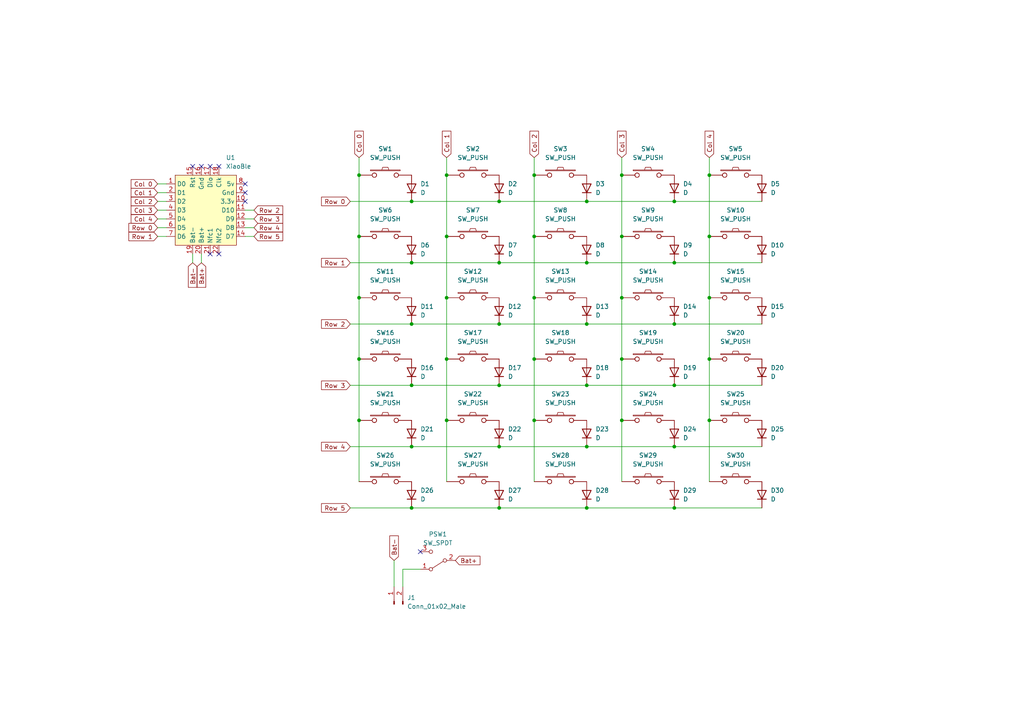
<source format=kicad_sch>
(kicad_sch (version 20211123) (generator eeschema)

  (uuid e63e39d7-6ac0-4ffd-8aa3-1841a4541b55)

  (paper "A4")

  (lib_symbols
    (symbol "Connector:Conn_01x02_Male" (pin_names (offset 1.016) hide) (in_bom yes) (on_board yes)
      (property "Reference" "J" (id 0) (at 0 2.54 0)
        (effects (font (size 1.27 1.27)))
      )
      (property "Value" "Conn_01x02_Male" (id 1) (at 0 -5.08 0)
        (effects (font (size 1.27 1.27)))
      )
      (property "Footprint" "" (id 2) (at 0 0 0)
        (effects (font (size 1.27 1.27)) hide)
      )
      (property "Datasheet" "~" (id 3) (at 0 0 0)
        (effects (font (size 1.27 1.27)) hide)
      )
      (property "ki_keywords" "connector" (id 4) (at 0 0 0)
        (effects (font (size 1.27 1.27)) hide)
      )
      (property "ki_description" "Generic connector, single row, 01x02, script generated (kicad-library-utils/schlib/autogen/connector/)" (id 5) (at 0 0 0)
        (effects (font (size 1.27 1.27)) hide)
      )
      (property "ki_fp_filters" "Connector*:*_1x??_*" (id 6) (at 0 0 0)
        (effects (font (size 1.27 1.27)) hide)
      )
      (symbol "Conn_01x02_Male_1_1"
        (polyline
          (pts
            (xy 1.27 -2.54)
            (xy 0.8636 -2.54)
          )
          (stroke (width 0.1524) (type default) (color 0 0 0 0))
          (fill (type none))
        )
        (polyline
          (pts
            (xy 1.27 0)
            (xy 0.8636 0)
          )
          (stroke (width 0.1524) (type default) (color 0 0 0 0))
          (fill (type none))
        )
        (rectangle (start 0.8636 -2.413) (end 0 -2.667)
          (stroke (width 0.1524) (type default) (color 0 0 0 0))
          (fill (type outline))
        )
        (rectangle (start 0.8636 0.127) (end 0 -0.127)
          (stroke (width 0.1524) (type default) (color 0 0 0 0))
          (fill (type outline))
        )
        (pin passive line (at 5.08 0 180) (length 3.81)
          (name "Pin_1" (effects (font (size 1.27 1.27))))
          (number "1" (effects (font (size 1.27 1.27))))
        )
        (pin passive line (at 5.08 -2.54 180) (length 3.81)
          (name "Pin_2" (effects (font (size 1.27 1.27))))
          (number "2" (effects (font (size 1.27 1.27))))
        )
      )
    )
    (symbol "Device:D" (pin_numbers hide) (pin_names (offset 1.016) hide) (in_bom yes) (on_board yes)
      (property "Reference" "D" (id 0) (at 0 2.54 0)
        (effects (font (size 1.27 1.27)))
      )
      (property "Value" "D" (id 1) (at 0 -2.54 0)
        (effects (font (size 1.27 1.27)))
      )
      (property "Footprint" "" (id 2) (at 0 0 0)
        (effects (font (size 1.27 1.27)) hide)
      )
      (property "Datasheet" "~" (id 3) (at 0 0 0)
        (effects (font (size 1.27 1.27)) hide)
      )
      (property "ki_keywords" "diode" (id 4) (at 0 0 0)
        (effects (font (size 1.27 1.27)) hide)
      )
      (property "ki_description" "Diode" (id 5) (at 0 0 0)
        (effects (font (size 1.27 1.27)) hide)
      )
      (property "ki_fp_filters" "TO-???* *_Diode_* *SingleDiode* D_*" (id 6) (at 0 0 0)
        (effects (font (size 1.27 1.27)) hide)
      )
      (symbol "D_0_1"
        (polyline
          (pts
            (xy -1.27 1.27)
            (xy -1.27 -1.27)
          )
          (stroke (width 0.254) (type default) (color 0 0 0 0))
          (fill (type none))
        )
        (polyline
          (pts
            (xy 1.27 0)
            (xy -1.27 0)
          )
          (stroke (width 0) (type default) (color 0 0 0 0))
          (fill (type none))
        )
        (polyline
          (pts
            (xy 1.27 1.27)
            (xy 1.27 -1.27)
            (xy -1.27 0)
            (xy 1.27 1.27)
          )
          (stroke (width 0.254) (type default) (color 0 0 0 0))
          (fill (type none))
        )
      )
      (symbol "D_1_1"
        (pin passive line (at -3.81 0 0) (length 2.54)
          (name "K" (effects (font (size 1.27 1.27))))
          (number "1" (effects (font (size 1.27 1.27))))
        )
        (pin passive line (at 3.81 0 180) (length 2.54)
          (name "A" (effects (font (size 1.27 1.27))))
          (number "2" (effects (font (size 1.27 1.27))))
        )
      )
    )
    (symbol "Switch:SW_SPDT" (pin_names (offset 0) hide) (in_bom yes) (on_board yes)
      (property "Reference" "SW" (id 0) (at 0 4.318 0)
        (effects (font (size 1.27 1.27)))
      )
      (property "Value" "SW_SPDT" (id 1) (at 0 -5.08 0)
        (effects (font (size 1.27 1.27)))
      )
      (property "Footprint" "" (id 2) (at 0 0 0)
        (effects (font (size 1.27 1.27)) hide)
      )
      (property "Datasheet" "~" (id 3) (at 0 0 0)
        (effects (font (size 1.27 1.27)) hide)
      )
      (property "ki_keywords" "switch single-pole double-throw spdt ON-ON" (id 4) (at 0 0 0)
        (effects (font (size 1.27 1.27)) hide)
      )
      (property "ki_description" "Switch, single pole double throw" (id 5) (at 0 0 0)
        (effects (font (size 1.27 1.27)) hide)
      )
      (symbol "SW_SPDT_0_0"
        (circle (center -2.032 0) (radius 0.508)
          (stroke (width 0) (type default) (color 0 0 0 0))
          (fill (type none))
        )
        (circle (center 2.032 -2.54) (radius 0.508)
          (stroke (width 0) (type default) (color 0 0 0 0))
          (fill (type none))
        )
      )
      (symbol "SW_SPDT_0_1"
        (polyline
          (pts
            (xy -1.524 0.254)
            (xy 1.651 2.286)
          )
          (stroke (width 0) (type default) (color 0 0 0 0))
          (fill (type none))
        )
        (circle (center 2.032 2.54) (radius 0.508)
          (stroke (width 0) (type default) (color 0 0 0 0))
          (fill (type none))
        )
      )
      (symbol "SW_SPDT_1_1"
        (pin passive line (at 5.08 2.54 180) (length 2.54)
          (name "A" (effects (font (size 1.27 1.27))))
          (number "1" (effects (font (size 1.27 1.27))))
        )
        (pin passive line (at -5.08 0 0) (length 2.54)
          (name "B" (effects (font (size 1.27 1.27))))
          (number "2" (effects (font (size 1.27 1.27))))
        )
        (pin passive line (at 5.08 -2.54 180) (length 2.54)
          (name "C" (effects (font (size 1.27 1.27))))
          (number "3" (effects (font (size 1.27 1.27))))
        )
      )
    )
    (symbol "kbd:SW_PUSH" (pin_numbers hide) (pin_names (offset 1.016) hide) (in_bom yes) (on_board yes)
      (property "Reference" "SW" (id 0) (at 3.81 2.794 0)
        (effects (font (size 1.27 1.27)))
      )
      (property "Value" "SW_PUSH" (id 1) (at 0 -2.032 0)
        (effects (font (size 1.27 1.27)))
      )
      (property "Footprint" "" (id 2) (at 0 0 0)
        (effects (font (size 1.27 1.27)))
      )
      (property "Datasheet" "" (id 3) (at 0 0 0)
        (effects (font (size 1.27 1.27)))
      )
      (symbol "SW_PUSH_0_1"
        (rectangle (start -4.318 1.27) (end 4.318 1.524)
          (stroke (width 0) (type default) (color 0 0 0 0))
          (fill (type none))
        )
        (polyline
          (pts
            (xy -1.016 1.524)
            (xy -0.762 2.286)
            (xy 0.762 2.286)
            (xy 1.016 1.524)
          )
          (stroke (width 0) (type default) (color 0 0 0 0))
          (fill (type none))
        )
        (pin passive inverted (at -7.62 0 0) (length 5.08)
          (name "1" (effects (font (size 1.27 1.27))))
          (number "1" (effects (font (size 1.27 1.27))))
        )
        (pin passive inverted (at 7.62 0 180) (length 5.08)
          (name "2" (effects (font (size 1.27 1.27))))
          (number "2" (effects (font (size 1.27 1.27))))
        )
      )
    )
    (symbol "xiaoble:XiaoBle" (in_bom yes) (on_board yes)
      (property "Reference" "U" (id 0) (at 8.89 -11.43 0)
        (effects (font (size 1.27 1.27)))
      )
      (property "Value" "XiaoBle" (id 1) (at 8.89 -8.89 0)
        (effects (font (size 1.27 1.27)))
      )
      (property "Footprint" "" (id 2) (at 0 -1.27 0)
        (effects (font (size 1.27 1.27)) hide)
      )
      (property "Datasheet" "" (id 3) (at 0 -1.27 0)
        (effects (font (size 1.27 1.27)) hide)
      )
      (symbol "XiaoBle_0_1"
        (rectangle (start 0 0) (end 17.78 -20.32)
          (stroke (width 0.1524) (type default) (color 0 0 0 0))
          (fill (type background))
        )
      )
      (symbol "XiaoBle_1_1"
        (pin bidirectional line (at -2.54 -2.54 0) (length 2.54)
          (name "D0" (effects (font (size 1.27 1.27))))
          (number "1" (effects (font (size 1.27 1.27))))
        )
        (pin power_in line (at 20.32 -7.62 180) (length 2.54)
          (name "3.3v" (effects (font (size 1.27 1.27))))
          (number "10" (effects (font (size 1.27 1.27))))
        )
        (pin bidirectional line (at 20.32 -10.16 180) (length 2.54)
          (name "D10" (effects (font (size 1.27 1.27))))
          (number "11" (effects (font (size 1.27 1.27))))
        )
        (pin bidirectional line (at 20.32 -12.7 180) (length 2.54)
          (name "D9" (effects (font (size 1.27 1.27))))
          (number "12" (effects (font (size 1.27 1.27))))
        )
        (pin bidirectional line (at 20.32 -15.24 180) (length 2.54)
          (name "D8" (effects (font (size 1.27 1.27))))
          (number "13" (effects (font (size 1.27 1.27))))
        )
        (pin bidirectional line (at 20.32 -17.78 180) (length 2.54)
          (name "D7" (effects (font (size 1.27 1.27))))
          (number "14" (effects (font (size 1.27 1.27))))
        )
        (pin input line (at 5.08 2.54 270) (length 2.54)
          (name "Rst" (effects (font (size 1.27 1.27))))
          (number "15" (effects (font (size 1.27 1.27))))
        )
        (pin power_in line (at 7.62 2.54 270) (length 2.54)
          (name "Gnd" (effects (font (size 1.27 1.27))))
          (number "16" (effects (font (size 1.27 1.27))))
        )
        (pin unspecified line (at 10.16 2.54 270) (length 2.54)
          (name "Dio" (effects (font (size 1.27 1.27))))
          (number "17" (effects (font (size 1.27 1.27))))
        )
        (pin unspecified line (at 12.7 2.54 270) (length 2.54)
          (name "Clk" (effects (font (size 1.27 1.27))))
          (number "18" (effects (font (size 1.27 1.27))))
        )
        (pin power_in line (at 5.08 -22.86 90) (length 2.54)
          (name "Bat-" (effects (font (size 1.27 1.27))))
          (number "19" (effects (font (size 1.27 1.27))))
        )
        (pin bidirectional line (at -2.54 -5.08 0) (length 2.54)
          (name "D1" (effects (font (size 1.27 1.27))))
          (number "2" (effects (font (size 1.27 1.27))))
        )
        (pin power_in line (at 7.62 -22.86 90) (length 2.54)
          (name "Bat+" (effects (font (size 1.27 1.27))))
          (number "20" (effects (font (size 1.27 1.27))))
        )
        (pin unspecified line (at 10.16 -22.86 90) (length 2.54)
          (name "Nfc1" (effects (font (size 1.27 1.27))))
          (number "21" (effects (font (size 1.27 1.27))))
        )
        (pin unspecified line (at 12.7 -22.86 90) (length 2.54)
          (name "Nfc2" (effects (font (size 1.27 1.27))))
          (number "22" (effects (font (size 1.27 1.27))))
        )
        (pin bidirectional line (at -2.54 -7.62 0) (length 2.54)
          (name "D2" (effects (font (size 1.27 1.27))))
          (number "3" (effects (font (size 1.27 1.27))))
        )
        (pin bidirectional line (at -2.54 -10.16 0) (length 2.54)
          (name "D3" (effects (font (size 1.27 1.27))))
          (number "4" (effects (font (size 1.27 1.27))))
        )
        (pin bidirectional line (at -2.54 -12.7 0) (length 2.54)
          (name "D4" (effects (font (size 1.27 1.27))))
          (number "5" (effects (font (size 1.27 1.27))))
        )
        (pin bidirectional line (at -2.54 -15.24 0) (length 2.54)
          (name "D5" (effects (font (size 1.27 1.27))))
          (number "6" (effects (font (size 1.27 1.27))))
        )
        (pin bidirectional line (at -2.54 -17.78 0) (length 2.54)
          (name "D6" (effects (font (size 1.27 1.27))))
          (number "7" (effects (font (size 1.27 1.27))))
        )
        (pin power_in line (at 20.32 -2.54 180) (length 2.54)
          (name "5v" (effects (font (size 1.27 1.27))))
          (number "8" (effects (font (size 1.27 1.27))))
        )
        (pin power_in line (at 20.32 -5.08 180) (length 2.54)
          (name "Gnd" (effects (font (size 1.27 1.27))))
          (number "9" (effects (font (size 1.27 1.27))))
        )
      )
    )
  )

  (junction (at 195.58 147.32) (diameter 0) (color 0 0 0 0)
    (uuid 0320b3c2-e179-400f-8b3f-55d5f43e8bb6)
  )
  (junction (at 195.58 111.76) (diameter 0) (color 0 0 0 0)
    (uuid 0a880ccb-a20f-418a-8f48-b59acffc03fe)
  )
  (junction (at 170.18 93.98) (diameter 0) (color 0 0 0 0)
    (uuid 0aec405a-be87-4218-ae74-72ea886bf188)
  )
  (junction (at 180.34 86.36) (diameter 0) (color 0 0 0 0)
    (uuid 0d229f06-569f-4d86-9f28-15c107fdbd70)
  )
  (junction (at 205.74 68.58) (diameter 0) (color 0 0 0 0)
    (uuid 15b8cce9-4931-4180-be3f-ea7eb1d9cb4b)
  )
  (junction (at 129.54 68.58) (diameter 0) (color 0 0 0 0)
    (uuid 1b34747b-9a7b-4c2e-af52-d68e2689e7fa)
  )
  (junction (at 119.38 129.54) (diameter 0) (color 0 0 0 0)
    (uuid 1cbb1cd2-cb51-45f6-a2ec-3ce4efca7065)
  )
  (junction (at 170.18 76.2) (diameter 0) (color 0 0 0 0)
    (uuid 248ad190-c679-4d72-b3aa-f17b2971a040)
  )
  (junction (at 195.58 76.2) (diameter 0) (color 0 0 0 0)
    (uuid 33864621-6aa7-4ea3-a4c2-19bd3a4acb53)
  )
  (junction (at 104.14 50.8) (diameter 0) (color 0 0 0 0)
    (uuid 382d511c-eafd-4a18-a6ca-c49c2da64cbf)
  )
  (junction (at 119.38 147.32) (diameter 0) (color 0 0 0 0)
    (uuid 3ed0e7f9-a52f-46fe-b45e-96ea301a8674)
  )
  (junction (at 180.34 104.14) (diameter 0) (color 0 0 0 0)
    (uuid 42ab01fd-7900-4730-a3b0-a4fcc616378d)
  )
  (junction (at 104.14 86.36) (diameter 0) (color 0 0 0 0)
    (uuid 434f1bff-fc1d-477c-b2fa-23890d7c6246)
  )
  (junction (at 205.74 104.14) (diameter 0) (color 0 0 0 0)
    (uuid 45392a0d-070a-4c22-85ea-51ae4707088b)
  )
  (junction (at 129.54 121.92) (diameter 0) (color 0 0 0 0)
    (uuid 45778a39-fdf1-4ac0-ad62-cc403d498a4b)
  )
  (junction (at 205.74 86.36) (diameter 0) (color 0 0 0 0)
    (uuid 49bcf17e-17ff-404f-b614-ee25b01661c6)
  )
  (junction (at 170.18 111.76) (diameter 0) (color 0 0 0 0)
    (uuid 49c894fa-1817-4a1e-a27a-49698fa51601)
  )
  (junction (at 154.94 104.14) (diameter 0) (color 0 0 0 0)
    (uuid 504614c3-cfcf-4552-9ec1-ffc78554b8fa)
  )
  (junction (at 195.58 93.98) (diameter 0) (color 0 0 0 0)
    (uuid 53fab9d2-94c6-40f1-ab0a-5d6bf9af8beb)
  )
  (junction (at 195.58 129.54) (diameter 0) (color 0 0 0 0)
    (uuid 590fdd63-5d3f-4942-b91c-5e10259a5210)
  )
  (junction (at 180.34 50.8) (diameter 0) (color 0 0 0 0)
    (uuid 5f1670b6-3ee1-41e7-b9a1-1d92624beac6)
  )
  (junction (at 119.38 58.42) (diameter 0) (color 0 0 0 0)
    (uuid 5f58d76c-c429-4403-9a81-e46599e48068)
  )
  (junction (at 144.78 111.76) (diameter 0) (color 0 0 0 0)
    (uuid 64ca693e-aa14-4d1d-b260-f0d642f32ff3)
  )
  (junction (at 144.78 129.54) (diameter 0) (color 0 0 0 0)
    (uuid 6b0bd125-8e7d-4e87-97f5-0d4d53faa173)
  )
  (junction (at 180.34 121.92) (diameter 0) (color 0 0 0 0)
    (uuid 6b680d4e-bdc3-41de-9d77-08e6c3719658)
  )
  (junction (at 129.54 50.8) (diameter 0) (color 0 0 0 0)
    (uuid 82e07003-9305-480d-b669-2b4bf926d1a4)
  )
  (junction (at 205.74 121.92) (diameter 0) (color 0 0 0 0)
    (uuid 877284e1-b968-4d80-85cd-6944f1e6de96)
  )
  (junction (at 144.78 76.2) (diameter 0) (color 0 0 0 0)
    (uuid 8e16c204-3b97-4161-b8be-5356ecee41ab)
  )
  (junction (at 129.54 104.14) (diameter 0) (color 0 0 0 0)
    (uuid 91c3b80d-a9e7-41e5-9def-0ecc758141e9)
  )
  (junction (at 180.34 68.58) (diameter 0) (color 0 0 0 0)
    (uuid 94ea9604-05df-4f6c-bd12-1015b9530a0f)
  )
  (junction (at 104.14 121.92) (diameter 0) (color 0 0 0 0)
    (uuid 9d84a97f-2450-4ed6-a081-f98a52c08360)
  )
  (junction (at 154.94 50.8) (diameter 0) (color 0 0 0 0)
    (uuid a3e6b350-8683-4e54-a64e-6994cad1ff3f)
  )
  (junction (at 154.94 68.58) (diameter 0) (color 0 0 0 0)
    (uuid aa330c89-e4a1-4f81-b77e-ea955202861b)
  )
  (junction (at 195.58 58.42) (diameter 0) (color 0 0 0 0)
    (uuid b2c88095-a195-494d-9143-0c6335c92cb5)
  )
  (junction (at 170.18 58.42) (diameter 0) (color 0 0 0 0)
    (uuid b3fe803c-64b3-49cd-a8c4-3f0e9de885bf)
  )
  (junction (at 170.18 147.32) (diameter 0) (color 0 0 0 0)
    (uuid b7b84cb9-a669-48c5-9b59-a321d2abdd7d)
  )
  (junction (at 144.78 147.32) (diameter 0) (color 0 0 0 0)
    (uuid be702a8e-185f-45fa-88b2-6193ffd717da)
  )
  (junction (at 154.94 86.36) (diameter 0) (color 0 0 0 0)
    (uuid cb217038-2f16-4f77-8846-df6c77ae2a41)
  )
  (junction (at 104.14 68.58) (diameter 0) (color 0 0 0 0)
    (uuid d129cd01-70e3-455d-8a4d-13c0a2af13ec)
  )
  (junction (at 205.74 50.8) (diameter 0) (color 0 0 0 0)
    (uuid d24e0c3c-029f-4d2c-ae32-f2c0c8d47997)
  )
  (junction (at 119.38 93.98) (diameter 0) (color 0 0 0 0)
    (uuid d31c1d83-24ea-4cd6-bf24-e8d481f9164d)
  )
  (junction (at 154.94 121.92) (diameter 0) (color 0 0 0 0)
    (uuid d4d85ae7-53a4-4b39-8c1a-5c79bd4cdf03)
  )
  (junction (at 104.14 104.14) (diameter 0) (color 0 0 0 0)
    (uuid e100e14f-d8a7-44b1-b5bc-eb55cc501678)
  )
  (junction (at 170.18 129.54) (diameter 0) (color 0 0 0 0)
    (uuid e1e1a21f-c591-4788-9246-7bf199780d24)
  )
  (junction (at 119.38 76.2) (diameter 0) (color 0 0 0 0)
    (uuid ea27d223-efcf-4534-be93-bda4414432ea)
  )
  (junction (at 144.78 93.98) (diameter 0) (color 0 0 0 0)
    (uuid ecbc868f-5150-4332-90ac-404458762cc6)
  )
  (junction (at 129.54 86.36) (diameter 0) (color 0 0 0 0)
    (uuid f7b2d4d3-ccf1-4eba-bb5b-722af9089a33)
  )
  (junction (at 144.78 58.42) (diameter 0) (color 0 0 0 0)
    (uuid f90384ed-7c3e-4610-8de8-dfa11a0e24f9)
  )
  (junction (at 119.38 111.76) (diameter 0) (color 0 0 0 0)
    (uuid fa2248ed-18b9-4164-93ef-5f5d711cd6d0)
  )

  (no_connect (at 71.12 53.34) (uuid 092a073a-8356-4614-981b-6ae162fc9f5e))
  (no_connect (at 121.92 160.02) (uuid 0db31c7e-f00a-480c-a096-571af77018f6))
  (no_connect (at 58.42 48.26) (uuid 1d736909-22b7-4469-8313-f42f4b653896))
  (no_connect (at 60.96 73.66) (uuid 27f667ed-a806-4b3b-8ea9-c6f1d48814ce))
  (no_connect (at 71.12 55.88) (uuid 9f5d019c-016b-4613-85ec-7812d0693f14))
  (no_connect (at 63.5 73.66) (uuid a3467621-a670-413b-a54b-78ecf64f30b8))
  (no_connect (at 55.88 48.26) (uuid d9e90cff-158a-44a5-a2ef-2b9911f8ccc4))
  (no_connect (at 60.96 48.26) (uuid de42d189-43c1-482f-afdc-db8f91092428))
  (no_connect (at 71.12 58.42) (uuid f84b90d8-8922-4d2a-9a8d-74abc41169e9))
  (no_connect (at 63.5 48.26) (uuid fc66c6f7-1435-4b6e-810e-87f9f75f9600))

  (wire (pts (xy 154.94 86.36) (xy 154.94 104.14))
    (stroke (width 0) (type default) (color 0 0 0 0))
    (uuid 0151a7ca-c87f-45ce-bd92-a5839d3159f7)
  )
  (wire (pts (xy 71.12 68.58) (xy 73.66 68.58))
    (stroke (width 0) (type default) (color 0 0 0 0))
    (uuid 06a4ca10-456c-48f9-a5aa-61ba903da703)
  )
  (wire (pts (xy 180.34 104.14) (xy 180.34 121.92))
    (stroke (width 0) (type default) (color 0 0 0 0))
    (uuid 13a7cf3c-478b-4738-993d-97fbfc12655a)
  )
  (wire (pts (xy 129.54 86.36) (xy 129.54 104.14))
    (stroke (width 0) (type default) (color 0 0 0 0))
    (uuid 141cd9f3-1cf7-4c7c-900e-45977f487359)
  )
  (wire (pts (xy 104.14 45.72) (xy 104.14 50.8))
    (stroke (width 0) (type default) (color 0 0 0 0))
    (uuid 1475cd4d-fd41-4d5a-a8c2-32ff5e683f2a)
  )
  (wire (pts (xy 180.34 50.8) (xy 180.34 68.58))
    (stroke (width 0) (type default) (color 0 0 0 0))
    (uuid 14e712a9-212c-4377-a41f-bbc55f4e2ca7)
  )
  (wire (pts (xy 116.84 165.1) (xy 116.84 170.18))
    (stroke (width 0) (type default) (color 0 0 0 0))
    (uuid 1647fbce-57c8-4d0b-abb6-91e4adf8abd5)
  )
  (wire (pts (xy 144.78 111.76) (xy 170.18 111.76))
    (stroke (width 0) (type default) (color 0 0 0 0))
    (uuid 18ad3e6e-0359-4195-bfbc-ab4d8a56a687)
  )
  (wire (pts (xy 119.38 147.32) (xy 144.78 147.32))
    (stroke (width 0) (type default) (color 0 0 0 0))
    (uuid 1ec83995-b361-48e6-b809-acf200d1b285)
  )
  (wire (pts (xy 170.18 147.32) (xy 195.58 147.32))
    (stroke (width 0) (type default) (color 0 0 0 0))
    (uuid 2068c940-39e4-4774-8bf2-06519507c023)
  )
  (wire (pts (xy 154.94 68.58) (xy 154.94 86.36))
    (stroke (width 0) (type default) (color 0 0 0 0))
    (uuid 23005107-8f2e-484c-bcf6-b688dbe9f47f)
  )
  (wire (pts (xy 101.6 147.32) (xy 119.38 147.32))
    (stroke (width 0) (type default) (color 0 0 0 0))
    (uuid 25544118-cb88-4f65-93bb-b2faa45a11d7)
  )
  (wire (pts (xy 154.94 121.92) (xy 154.94 139.7))
    (stroke (width 0) (type default) (color 0 0 0 0))
    (uuid 291febba-3fc9-4ad0-b3c9-adaf5388321c)
  )
  (wire (pts (xy 101.6 93.98) (xy 119.38 93.98))
    (stroke (width 0) (type default) (color 0 0 0 0))
    (uuid 2aae4217-d835-48a7-8e17-6d7130359fa6)
  )
  (wire (pts (xy 119.38 58.42) (xy 144.78 58.42))
    (stroke (width 0) (type default) (color 0 0 0 0))
    (uuid 2baaff23-dbc1-4fbb-b52f-470530ec0bd1)
  )
  (wire (pts (xy 195.58 93.98) (xy 220.98 93.98))
    (stroke (width 0) (type default) (color 0 0 0 0))
    (uuid 2d996a8b-6122-438e-a4d9-601cb526df48)
  )
  (wire (pts (xy 119.38 111.76) (xy 144.78 111.76))
    (stroke (width 0) (type default) (color 0 0 0 0))
    (uuid 2df454dd-ef6f-4df6-93b5-42f318942798)
  )
  (wire (pts (xy 154.94 45.72) (xy 154.94 50.8))
    (stroke (width 0) (type default) (color 0 0 0 0))
    (uuid 306bda1b-e53c-4935-9418-6add0a5ecf96)
  )
  (wire (pts (xy 58.42 73.66) (xy 58.42 76.2))
    (stroke (width 0) (type default) (color 0 0 0 0))
    (uuid 39a0ebdf-92bd-4d16-ad04-29b4ec580cb4)
  )
  (wire (pts (xy 144.78 93.98) (xy 170.18 93.98))
    (stroke (width 0) (type default) (color 0 0 0 0))
    (uuid 3a630d0e-32c3-41bd-aa22-6fc970557689)
  )
  (wire (pts (xy 180.34 86.36) (xy 180.34 104.14))
    (stroke (width 0) (type default) (color 0 0 0 0))
    (uuid 3e37fc9d-0b60-4413-8d7a-6c181fb4e41d)
  )
  (wire (pts (xy 101.6 129.54) (xy 119.38 129.54))
    (stroke (width 0) (type default) (color 0 0 0 0))
    (uuid 429d900f-05c1-47ad-9e5b-433fabd27893)
  )
  (wire (pts (xy 45.72 55.88) (xy 48.26 55.88))
    (stroke (width 0) (type default) (color 0 0 0 0))
    (uuid 43f77ec5-c2e3-4af1-9953-d54460284c8b)
  )
  (wire (pts (xy 45.72 58.42) (xy 48.26 58.42))
    (stroke (width 0) (type default) (color 0 0 0 0))
    (uuid 47925dd5-bac4-4b40-ba0f-75de69e08746)
  )
  (wire (pts (xy 119.38 93.98) (xy 144.78 93.98))
    (stroke (width 0) (type default) (color 0 0 0 0))
    (uuid 47e2b0bb-78dd-4358-8b12-fd6333d724dd)
  )
  (wire (pts (xy 129.54 68.58) (xy 129.54 86.36))
    (stroke (width 0) (type default) (color 0 0 0 0))
    (uuid 48c6300a-c624-405c-9759-232f1e41bfce)
  )
  (wire (pts (xy 180.34 68.58) (xy 180.34 86.36))
    (stroke (width 0) (type default) (color 0 0 0 0))
    (uuid 49febde6-23de-4e7b-b967-e5d592a2f6b2)
  )
  (wire (pts (xy 55.88 73.66) (xy 55.88 76.2))
    (stroke (width 0) (type default) (color 0 0 0 0))
    (uuid 4e070c5d-5c5a-43d8-8d71-31279d996fcb)
  )
  (wire (pts (xy 195.58 129.54) (xy 220.98 129.54))
    (stroke (width 0) (type default) (color 0 0 0 0))
    (uuid 4ef23a2c-2d87-45d1-87bc-235c6436e744)
  )
  (wire (pts (xy 205.74 45.72) (xy 205.74 50.8))
    (stroke (width 0) (type default) (color 0 0 0 0))
    (uuid 5080ae7c-a9bd-47bb-b1d3-f872ac061b1a)
  )
  (wire (pts (xy 195.58 76.2) (xy 220.98 76.2))
    (stroke (width 0) (type default) (color 0 0 0 0))
    (uuid 52a9bd2e-cc29-4bdf-8f15-f20e260299c1)
  )
  (wire (pts (xy 205.74 104.14) (xy 205.74 121.92))
    (stroke (width 0) (type default) (color 0 0 0 0))
    (uuid 57afca42-a410-41e3-a2b8-27c86fa0fb77)
  )
  (wire (pts (xy 129.54 45.72) (xy 129.54 50.8))
    (stroke (width 0) (type default) (color 0 0 0 0))
    (uuid 5c919e62-92f7-47e5-8951-9e0aae8baf8e)
  )
  (wire (pts (xy 170.18 76.2) (xy 195.58 76.2))
    (stroke (width 0) (type default) (color 0 0 0 0))
    (uuid 5ec2f2d5-fe43-4c0a-9631-1dc49874fa6d)
  )
  (wire (pts (xy 205.74 121.92) (xy 205.74 139.7))
    (stroke (width 0) (type default) (color 0 0 0 0))
    (uuid 5f21ef18-f3ef-4978-a816-77d0fa452f60)
  )
  (wire (pts (xy 119.38 129.54) (xy 144.78 129.54))
    (stroke (width 0) (type default) (color 0 0 0 0))
    (uuid 60788971-1b96-4a90-ac4e-fad42409821d)
  )
  (wire (pts (xy 129.54 50.8) (xy 129.54 68.58))
    (stroke (width 0) (type default) (color 0 0 0 0))
    (uuid 63b98b70-6ae7-4ddf-8897-ddc4388d3926)
  )
  (wire (pts (xy 104.14 68.58) (xy 104.14 86.36))
    (stroke (width 0) (type default) (color 0 0 0 0))
    (uuid 649a87ea-a410-4328-815e-c0e11183e194)
  )
  (wire (pts (xy 101.6 111.76) (xy 119.38 111.76))
    (stroke (width 0) (type default) (color 0 0 0 0))
    (uuid 69ced496-e3b6-4309-ae83-f594b4062b48)
  )
  (wire (pts (xy 170.18 129.54) (xy 195.58 129.54))
    (stroke (width 0) (type default) (color 0 0 0 0))
    (uuid 6dce018e-1035-452a-84b2-f460ffd4fb17)
  )
  (wire (pts (xy 205.74 50.8) (xy 205.74 68.58))
    (stroke (width 0) (type default) (color 0 0 0 0))
    (uuid 6f96b023-cda5-4bae-a7e6-a56bda800c25)
  )
  (wire (pts (xy 101.6 76.2) (xy 119.38 76.2))
    (stroke (width 0) (type default) (color 0 0 0 0))
    (uuid 73cbe71f-3ed1-4132-8663-c323f2b9ed01)
  )
  (wire (pts (xy 45.72 53.34) (xy 48.26 53.34))
    (stroke (width 0) (type default) (color 0 0 0 0))
    (uuid 77e2a490-ce80-4847-8c96-ecd49aaaf257)
  )
  (wire (pts (xy 104.14 121.92) (xy 104.14 139.7))
    (stroke (width 0) (type default) (color 0 0 0 0))
    (uuid 7d2ffb14-d66a-4136-ad23-ce43305ade74)
  )
  (wire (pts (xy 170.18 93.98) (xy 195.58 93.98))
    (stroke (width 0) (type default) (color 0 0 0 0))
    (uuid 82076d0d-56c5-49a3-ba5f-2563d52134fd)
  )
  (wire (pts (xy 45.72 68.58) (xy 48.26 68.58))
    (stroke (width 0) (type default) (color 0 0 0 0))
    (uuid 881d9e0d-cdc6-4c9c-a08e-0ed3da38129b)
  )
  (wire (pts (xy 121.92 165.1) (xy 116.84 165.1))
    (stroke (width 0) (type default) (color 0 0 0 0))
    (uuid 895d74d3-b2c4-414f-8a19-677bdfb48492)
  )
  (wire (pts (xy 170.18 111.76) (xy 195.58 111.76))
    (stroke (width 0) (type default) (color 0 0 0 0))
    (uuid 89b42dbd-d86a-4d0a-8d0a-bcf079ec5680)
  )
  (wire (pts (xy 101.6 58.42) (xy 119.38 58.42))
    (stroke (width 0) (type default) (color 0 0 0 0))
    (uuid 9cbd8d10-4b6a-4ddc-baff-eb9535bed949)
  )
  (wire (pts (xy 71.12 63.5) (xy 73.66 63.5))
    (stroke (width 0) (type default) (color 0 0 0 0))
    (uuid 9dc1a16a-c60f-401d-a550-3a415929b3ef)
  )
  (wire (pts (xy 45.72 60.96) (xy 48.26 60.96))
    (stroke (width 0) (type default) (color 0 0 0 0))
    (uuid a244ac4b-5450-45c4-931b-87440135ac5c)
  )
  (wire (pts (xy 154.94 104.14) (xy 154.94 121.92))
    (stroke (width 0) (type default) (color 0 0 0 0))
    (uuid a9da1bfb-2bde-47a4-be59-9c5c7c03b348)
  )
  (wire (pts (xy 119.38 76.2) (xy 144.78 76.2))
    (stroke (width 0) (type default) (color 0 0 0 0))
    (uuid aa583c55-cd5c-4983-96b8-b49a9bf5dc05)
  )
  (wire (pts (xy 129.54 121.92) (xy 129.54 139.7))
    (stroke (width 0) (type default) (color 0 0 0 0))
    (uuid aa8c3f30-d4c8-45ac-b597-b73545cdc200)
  )
  (wire (pts (xy 170.18 58.42) (xy 195.58 58.42))
    (stroke (width 0) (type default) (color 0 0 0 0))
    (uuid aba0b1d4-c380-4012-b608-58730f1cec2e)
  )
  (wire (pts (xy 144.78 147.32) (xy 170.18 147.32))
    (stroke (width 0) (type default) (color 0 0 0 0))
    (uuid af3b0e94-eddd-4fc0-9866-ec1bee212265)
  )
  (wire (pts (xy 144.78 129.54) (xy 170.18 129.54))
    (stroke (width 0) (type default) (color 0 0 0 0))
    (uuid b85ce1eb-7cb3-4c6d-b45a-1d7a0ab6c1e4)
  )
  (wire (pts (xy 195.58 147.32) (xy 220.98 147.32))
    (stroke (width 0) (type default) (color 0 0 0 0))
    (uuid b8de40c0-f1e4-4568-a2ae-2595df36609c)
  )
  (wire (pts (xy 195.58 58.42) (xy 220.98 58.42))
    (stroke (width 0) (type default) (color 0 0 0 0))
    (uuid bb4f1355-897a-4668-a068-36e41547eb96)
  )
  (wire (pts (xy 205.74 68.58) (xy 205.74 86.36))
    (stroke (width 0) (type default) (color 0 0 0 0))
    (uuid c0c2d983-245b-428e-9305-2479779b2635)
  )
  (wire (pts (xy 195.58 111.76) (xy 220.98 111.76))
    (stroke (width 0) (type default) (color 0 0 0 0))
    (uuid c1b46063-ca59-4efd-a867-af35b58cc343)
  )
  (wire (pts (xy 114.3 162.56) (xy 114.3 170.18))
    (stroke (width 0) (type default) (color 0 0 0 0))
    (uuid c689da80-6451-4a85-87bf-d11628afb12f)
  )
  (wire (pts (xy 144.78 76.2) (xy 170.18 76.2))
    (stroke (width 0) (type default) (color 0 0 0 0))
    (uuid c708a0d2-b7e8-4385-931e-692bd1be5ad8)
  )
  (wire (pts (xy 71.12 60.96) (xy 73.66 60.96))
    (stroke (width 0) (type default) (color 0 0 0 0))
    (uuid c7697c83-ddb1-4556-9b2f-af13a7e2828b)
  )
  (wire (pts (xy 104.14 50.8) (xy 104.14 68.58))
    (stroke (width 0) (type default) (color 0 0 0 0))
    (uuid cbd83135-888c-4ae4-a863-e7132c1b45a9)
  )
  (wire (pts (xy 180.34 45.72) (xy 180.34 50.8))
    (stroke (width 0) (type default) (color 0 0 0 0))
    (uuid cc23c80b-e0c7-4ce4-9641-08ea5a85501b)
  )
  (wire (pts (xy 45.72 63.5) (xy 48.26 63.5))
    (stroke (width 0) (type default) (color 0 0 0 0))
    (uuid d3008c8b-1ec3-4cca-b716-329624771946)
  )
  (wire (pts (xy 71.12 66.04) (xy 73.66 66.04))
    (stroke (width 0) (type default) (color 0 0 0 0))
    (uuid df0b2e5e-587f-4725-acb9-7f1392a5625d)
  )
  (wire (pts (xy 154.94 50.8) (xy 154.94 68.58))
    (stroke (width 0) (type default) (color 0 0 0 0))
    (uuid e44cc96f-18aa-4d78-979a-28b91464c477)
  )
  (wire (pts (xy 129.54 104.14) (xy 129.54 121.92))
    (stroke (width 0) (type default) (color 0 0 0 0))
    (uuid e84df73b-bb46-4652-b825-79db06d862a4)
  )
  (wire (pts (xy 104.14 86.36) (xy 104.14 104.14))
    (stroke (width 0) (type default) (color 0 0 0 0))
    (uuid e88c210d-d841-43b3-9b44-c8ba83d2f598)
  )
  (wire (pts (xy 104.14 104.14) (xy 104.14 121.92))
    (stroke (width 0) (type default) (color 0 0 0 0))
    (uuid e93a2df6-7361-4fb3-b2f2-af2868f91b9b)
  )
  (wire (pts (xy 205.74 86.36) (xy 205.74 104.14))
    (stroke (width 0) (type default) (color 0 0 0 0))
    (uuid eae99992-80c4-485c-ba79-9eb49018b794)
  )
  (wire (pts (xy 144.78 58.42) (xy 170.18 58.42))
    (stroke (width 0) (type default) (color 0 0 0 0))
    (uuid ed3eedc7-6597-44f1-a4f4-d18c745dfd1c)
  )
  (wire (pts (xy 180.34 121.92) (xy 180.34 139.7))
    (stroke (width 0) (type default) (color 0 0 0 0))
    (uuid f02d00cd-55ee-49eb-80ef-fbe802aeca86)
  )
  (wire (pts (xy 45.72 66.04) (xy 48.26 66.04))
    (stroke (width 0) (type default) (color 0 0 0 0))
    (uuid fad69602-5c46-4bb4-a2a6-e51e4398bf28)
  )

  (global_label "Col 4" (shape input) (at 205.74 45.72 90) (fields_autoplaced)
    (effects (font (size 1.27 1.27)) (justify left))
    (uuid 0475ed83-a563-4e8f-a369-18d78939f4d7)
    (property "Intersheet References" "${INTERSHEET_REFS}" (id 0) (at 205.8194 38.0455 90)
      (effects (font (size 1.27 1.27)) (justify left) hide)
    )
  )
  (global_label "Col 0" (shape input) (at 104.14 45.72 90) (fields_autoplaced)
    (effects (font (size 1.27 1.27)) (justify left))
    (uuid 0b08db19-d2bf-48a4-9cd8-f5ec2ce7c568)
    (property "Intersheet References" "${INTERSHEET_REFS}" (id 0) (at 104.2194 38.0455 90)
      (effects (font (size 1.27 1.27)) (justify left) hide)
    )
  )
  (global_label "Row 1" (shape input) (at 101.6 76.2 180) (fields_autoplaced)
    (effects (font (size 1.27 1.27)) (justify right))
    (uuid 0b4adf8e-74d2-467b-b919-79a196e81eca)
    (property "Intersheet References" "${INTERSHEET_REFS}" (id 0) (at 93.2602 76.2794 0)
      (effects (font (size 1.27 1.27)) (justify right) hide)
    )
  )
  (global_label "Row 5" (shape input) (at 73.66 68.58 0) (fields_autoplaced)
    (effects (font (size 1.27 1.27)) (justify left))
    (uuid 0f0d6bfc-ee6c-427d-a2c0-9d13e443a1d0)
    (property "Intersheet References" "${INTERSHEET_REFS}" (id 0) (at 81.9998 68.5006 0)
      (effects (font (size 1.27 1.27)) (justify left) hide)
    )
  )
  (global_label "Col 3" (shape input) (at 45.72 60.96 180) (fields_autoplaced)
    (effects (font (size 1.27 1.27)) (justify right))
    (uuid 12f356f6-c814-4374-8d1d-565183697c5b)
    (property "Intersheet References" "${INTERSHEET_REFS}" (id 0) (at 38.0455 60.8806 0)
      (effects (font (size 1.27 1.27)) (justify right) hide)
    )
  )
  (global_label "Col 0" (shape input) (at 45.72 53.34 180) (fields_autoplaced)
    (effects (font (size 1.27 1.27)) (justify right))
    (uuid 1f264549-90ef-4da8-a998-ad110477cab1)
    (property "Intersheet References" "${INTERSHEET_REFS}" (id 0) (at 38.0455 53.2606 0)
      (effects (font (size 1.27 1.27)) (justify right) hide)
    )
  )
  (global_label "Col 2" (shape input) (at 45.72 58.42 180) (fields_autoplaced)
    (effects (font (size 1.27 1.27)) (justify right))
    (uuid 31c839ef-9942-458f-9858-07d7b2b37cd7)
    (property "Intersheet References" "${INTERSHEET_REFS}" (id 0) (at 38.0455 58.3406 0)
      (effects (font (size 1.27 1.27)) (justify right) hide)
    )
  )
  (global_label "Bat-" (shape input) (at 114.3 162.56 90) (fields_autoplaced)
    (effects (font (size 1.27 1.27)) (justify left))
    (uuid 32032b6c-3676-4dd9-8308-3dd7cbe24565)
    (property "Intersheet References" "${INTERSHEET_REFS}" (id 0) (at 114.2206 155.4298 90)
      (effects (font (size 1.27 1.27)) (justify left) hide)
    )
  )
  (global_label "Bat+" (shape input) (at 58.42 76.2 270) (fields_autoplaced)
    (effects (font (size 1.27 1.27)) (justify right))
    (uuid 32a8f77a-6c72-48e1-a1ea-f295bac65c9d)
    (property "Intersheet References" "${INTERSHEET_REFS}" (id 0) (at 58.3406 83.3302 90)
      (effects (font (size 1.27 1.27)) (justify right) hide)
    )
  )
  (global_label "Row 3" (shape input) (at 101.6 111.76 180) (fields_autoplaced)
    (effects (font (size 1.27 1.27)) (justify right))
    (uuid 33aef953-7bd8-4087-bd1e-f2d083f882c7)
    (property "Intersheet References" "${INTERSHEET_REFS}" (id 0) (at 93.2602 111.8394 0)
      (effects (font (size 1.27 1.27)) (justify right) hide)
    )
  )
  (global_label "Row 0" (shape input) (at 101.6 58.42 180) (fields_autoplaced)
    (effects (font (size 1.27 1.27)) (justify right))
    (uuid 4e25ee0f-8d9d-4b62-84a3-b2f9bb3e8e3b)
    (property "Intersheet References" "${INTERSHEET_REFS}" (id 0) (at 93.2602 58.3406 0)
      (effects (font (size 1.27 1.27)) (justify right) hide)
    )
  )
  (global_label "Row 0" (shape input) (at 45.72 66.04 180) (fields_autoplaced)
    (effects (font (size 1.27 1.27)) (justify right))
    (uuid 63f96008-1e4e-43d2-a021-cfff672ef086)
    (property "Intersheet References" "${INTERSHEET_REFS}" (id 0) (at 37.3802 65.9606 0)
      (effects (font (size 1.27 1.27)) (justify right) hide)
    )
  )
  (global_label "Row 3" (shape input) (at 73.66 63.5 0) (fields_autoplaced)
    (effects (font (size 1.27 1.27)) (justify left))
    (uuid 6c2b7081-e209-4c55-82b2-cb4169bfdd75)
    (property "Intersheet References" "${INTERSHEET_REFS}" (id 0) (at 81.9998 63.4206 0)
      (effects (font (size 1.27 1.27)) (justify left) hide)
    )
  )
  (global_label "Row 1" (shape input) (at 45.72 68.58 180) (fields_autoplaced)
    (effects (font (size 1.27 1.27)) (justify right))
    (uuid 750653e4-93c0-4a20-878a-db3b8ddc833e)
    (property "Intersheet References" "${INTERSHEET_REFS}" (id 0) (at 37.3802 68.6594 0)
      (effects (font (size 1.27 1.27)) (justify right) hide)
    )
  )
  (global_label "Col 1" (shape input) (at 45.72 55.88 180) (fields_autoplaced)
    (effects (font (size 1.27 1.27)) (justify right))
    (uuid 7d3c59b4-fe37-4883-bd1e-36f7293f544d)
    (property "Intersheet References" "${INTERSHEET_REFS}" (id 0) (at 38.0455 55.8006 0)
      (effects (font (size 1.27 1.27)) (justify right) hide)
    )
  )
  (global_label "Col 2" (shape input) (at 154.94 45.72 90) (fields_autoplaced)
    (effects (font (size 1.27 1.27)) (justify left))
    (uuid 809f4545-7681-417c-adbb-de8839431383)
    (property "Intersheet References" "${INTERSHEET_REFS}" (id 0) (at 155.0194 38.0455 90)
      (effects (font (size 1.27 1.27)) (justify left) hide)
    )
  )
  (global_label "Bat+" (shape input) (at 132.08 162.56 0) (fields_autoplaced)
    (effects (font (size 1.27 1.27)) (justify left))
    (uuid 965ea259-ea23-4798-bd5d-c8df4c1e293c)
    (property "Intersheet References" "${INTERSHEET_REFS}" (id 0) (at 139.2102 162.4806 0)
      (effects (font (size 1.27 1.27)) (justify left) hide)
    )
  )
  (global_label "Col 4" (shape input) (at 45.72 63.5 180) (fields_autoplaced)
    (effects (font (size 1.27 1.27)) (justify right))
    (uuid b52e9f26-7b6b-4685-95f2-7d2a69b98f2d)
    (property "Intersheet References" "${INTERSHEET_REFS}" (id 0) (at 38.0455 63.4206 0)
      (effects (font (size 1.27 1.27)) (justify right) hide)
    )
  )
  (global_label "Col 1" (shape input) (at 129.54 45.72 90) (fields_autoplaced)
    (effects (font (size 1.27 1.27)) (justify left))
    (uuid b5ed280d-1f18-4801-a7df-355b07c3dfa1)
    (property "Intersheet References" "${INTERSHEET_REFS}" (id 0) (at 129.6194 38.0455 90)
      (effects (font (size 1.27 1.27)) (justify left) hide)
    )
  )
  (global_label "Row 4" (shape input) (at 101.6 129.54 180) (fields_autoplaced)
    (effects (font (size 1.27 1.27)) (justify right))
    (uuid b9f5ec63-3136-46dc-9446-571dce1e9b75)
    (property "Intersheet References" "${INTERSHEET_REFS}" (id 0) (at 93.2602 129.6194 0)
      (effects (font (size 1.27 1.27)) (justify right) hide)
    )
  )
  (global_label "Row 2" (shape input) (at 101.6 93.98 180) (fields_autoplaced)
    (effects (font (size 1.27 1.27)) (justify right))
    (uuid ced9c0c5-8086-43a8-ab13-b56f1e373f25)
    (property "Intersheet References" "${INTERSHEET_REFS}" (id 0) (at 93.2602 94.0594 0)
      (effects (font (size 1.27 1.27)) (justify right) hide)
    )
  )
  (global_label "Col 3" (shape input) (at 180.34 45.72 90) (fields_autoplaced)
    (effects (font (size 1.27 1.27)) (justify left))
    (uuid d71bfc95-467b-4bf4-bc2b-d16c880ec91e)
    (property "Intersheet References" "${INTERSHEET_REFS}" (id 0) (at 180.4194 38.0455 90)
      (effects (font (size 1.27 1.27)) (justify left) hide)
    )
  )
  (global_label "Bat-" (shape input) (at 55.88 76.2 270) (fields_autoplaced)
    (effects (font (size 1.27 1.27)) (justify right))
    (uuid e5fb6183-977e-4d7a-8e9f-c3ab4810606d)
    (property "Intersheet References" "${INTERSHEET_REFS}" (id 0) (at 55.8006 83.3302 90)
      (effects (font (size 1.27 1.27)) (justify right) hide)
    )
  )
  (global_label "Row 4" (shape input) (at 73.66 66.04 0) (fields_autoplaced)
    (effects (font (size 1.27 1.27)) (justify left))
    (uuid f18dea22-2c6b-40c8-bf89-848d999b22b3)
    (property "Intersheet References" "${INTERSHEET_REFS}" (id 0) (at 81.9998 65.9606 0)
      (effects (font (size 1.27 1.27)) (justify left) hide)
    )
  )
  (global_label "Row 5" (shape input) (at 101.6 147.32 180) (fields_autoplaced)
    (effects (font (size 1.27 1.27)) (justify right))
    (uuid f2673849-61c3-4225-9d7e-03ced846cde0)
    (property "Intersheet References" "${INTERSHEET_REFS}" (id 0) (at 93.2602 147.3994 0)
      (effects (font (size 1.27 1.27)) (justify right) hide)
    )
  )
  (global_label "Row 2" (shape input) (at 73.66 60.96 0) (fields_autoplaced)
    (effects (font (size 1.27 1.27)) (justify left))
    (uuid f7f02bc9-f5dc-40b0-a81e-b2437a6fa299)
    (property "Intersheet References" "${INTERSHEET_REFS}" (id 0) (at 81.9998 60.8806 0)
      (effects (font (size 1.27 1.27)) (justify left) hide)
    )
  )

  (symbol (lib_id "kbd:SW_PUSH") (at 213.36 68.58 0) (unit 1)
    (in_bom yes) (on_board yes) (fields_autoplaced)
    (uuid 000e9643-7c9f-472a-9f9b-63b8575c2011)
    (property "Reference" "SW10" (id 0) (at 213.36 60.96 0))
    (property "Value" "SW_PUSH" (id 1) (at 213.36 63.5 0))
    (property "Footprint" "major_arcana:Kailh_socket_PG1350_optional" (id 2) (at 213.36 68.58 0)
      (effects (font (size 1.27 1.27)) hide)
    )
    (property "Datasheet" "" (id 3) (at 213.36 68.58 0))
    (pin "1" (uuid a6d9e9b1-bd3d-4ca0-9941-a3d68ad8bad2))
    (pin "2" (uuid 47b86a97-732d-47d4-9b24-328bd9592eaa))
  )

  (symbol (lib_id "Device:D") (at 170.18 143.51 90) (unit 1)
    (in_bom yes) (on_board yes) (fields_autoplaced)
    (uuid 02b062e4-3065-4818-b665-1b3c2aae1455)
    (property "Reference" "D28" (id 0) (at 172.72 142.2399 90)
      (effects (font (size 1.27 1.27)) (justify right))
    )
    (property "Value" "D" (id 1) (at 172.72 144.7799 90)
      (effects (font (size 1.27 1.27)) (justify right))
    )
    (property "Footprint" "Diode_SMD:D_SOD-123" (id 2) (at 170.18 143.51 0)
      (effects (font (size 1.27 1.27)) hide)
    )
    (property "Datasheet" "~" (id 3) (at 170.18 143.51 0)
      (effects (font (size 1.27 1.27)) hide)
    )
    (pin "1" (uuid aa10bd25-759d-4d56-ad93-261e94ef9895))
    (pin "2" (uuid 698b8884-2584-41c6-8dc1-962e9c238c3d))
  )

  (symbol (lib_id "Device:D") (at 170.18 125.73 90) (unit 1)
    (in_bom yes) (on_board yes) (fields_autoplaced)
    (uuid 050f7f2f-ecb4-4432-bee0-4152cd50355c)
    (property "Reference" "D23" (id 0) (at 172.72 124.4599 90)
      (effects (font (size 1.27 1.27)) (justify right))
    )
    (property "Value" "D" (id 1) (at 172.72 126.9999 90)
      (effects (font (size 1.27 1.27)) (justify right))
    )
    (property "Footprint" "Diode_SMD:D_SOD-123" (id 2) (at 170.18 125.73 0)
      (effects (font (size 1.27 1.27)) hide)
    )
    (property "Datasheet" "~" (id 3) (at 170.18 125.73 0)
      (effects (font (size 1.27 1.27)) hide)
    )
    (pin "1" (uuid 698be845-1c97-4965-bc58-35f90d6e8507))
    (pin "2" (uuid 695ffe82-ecfe-48c1-a97e-4d5dab902d1c))
  )

  (symbol (lib_id "Device:D") (at 195.58 125.73 90) (unit 1)
    (in_bom yes) (on_board yes) (fields_autoplaced)
    (uuid 09cf240f-9626-4b71-960f-ca25ac4f2a2f)
    (property "Reference" "D24" (id 0) (at 198.12 124.4599 90)
      (effects (font (size 1.27 1.27)) (justify right))
    )
    (property "Value" "D" (id 1) (at 198.12 126.9999 90)
      (effects (font (size 1.27 1.27)) (justify right))
    )
    (property "Footprint" "Diode_SMD:D_SOD-123" (id 2) (at 195.58 125.73 0)
      (effects (font (size 1.27 1.27)) hide)
    )
    (property "Datasheet" "~" (id 3) (at 195.58 125.73 0)
      (effects (font (size 1.27 1.27)) hide)
    )
    (pin "1" (uuid e3cfeecf-5d6a-438c-a795-5af8b51133d9))
    (pin "2" (uuid d2b8d439-8b9d-4fc8-9424-1a9e12adc0d6))
  )

  (symbol (lib_id "Device:D") (at 119.38 72.39 90) (unit 1)
    (in_bom yes) (on_board yes) (fields_autoplaced)
    (uuid 11178317-e2ab-42c2-87e3-d0497c40ad1b)
    (property "Reference" "D6" (id 0) (at 121.92 71.1199 90)
      (effects (font (size 1.27 1.27)) (justify right))
    )
    (property "Value" "D" (id 1) (at 121.92 73.6599 90)
      (effects (font (size 1.27 1.27)) (justify right))
    )
    (property "Footprint" "Diode_SMD:D_SOD-123" (id 2) (at 119.38 72.39 0)
      (effects (font (size 1.27 1.27)) hide)
    )
    (property "Datasheet" "~" (id 3) (at 119.38 72.39 0)
      (effects (font (size 1.27 1.27)) hide)
    )
    (pin "1" (uuid 6c7c392c-7744-4996-b5de-7c1182ecd052))
    (pin "2" (uuid 42c6457a-868f-4ba0-ad54-6c05a2699f7f))
  )

  (symbol (lib_id "kbd:SW_PUSH") (at 137.16 121.92 0) (unit 1)
    (in_bom yes) (on_board yes) (fields_autoplaced)
    (uuid 11cf9ef7-2888-4a88-899c-918983d92781)
    (property "Reference" "SW22" (id 0) (at 137.16 114.3 0))
    (property "Value" "SW_PUSH" (id 1) (at 137.16 116.84 0))
    (property "Footprint" "major_arcana:Kailh_socket_PG1350_optional" (id 2) (at 137.16 121.92 0)
      (effects (font (size 1.27 1.27)) hide)
    )
    (property "Datasheet" "" (id 3) (at 137.16 121.92 0))
    (pin "1" (uuid 81751070-3bc6-49aa-b32c-f6c3abcf8130))
    (pin "2" (uuid caab5689-c635-438b-bdd9-8c810fc8d6cc))
  )

  (symbol (lib_id "kbd:SW_PUSH") (at 187.96 139.7 0) (unit 1)
    (in_bom yes) (on_board yes) (fields_autoplaced)
    (uuid 12b381ce-6ced-481f-94ef-1768934aa0ff)
    (property "Reference" "SW29" (id 0) (at 187.96 132.08 0))
    (property "Value" "SW_PUSH" (id 1) (at 187.96 134.62 0))
    (property "Footprint" "major_arcana:Kailh_socket_PG1350_optional" (id 2) (at 187.96 139.7 0)
      (effects (font (size 1.27 1.27)) hide)
    )
    (property "Datasheet" "" (id 3) (at 187.96 139.7 0))
    (pin "1" (uuid 31169ba4-2db0-4eb5-b095-39878b88de05))
    (pin "2" (uuid b30defa9-3075-41a0-b7e6-4f947efc5fa5))
  )

  (symbol (lib_id "kbd:SW_PUSH") (at 137.16 104.14 0) (unit 1)
    (in_bom yes) (on_board yes) (fields_autoplaced)
    (uuid 16aec983-634d-4621-913b-e75a86f57963)
    (property "Reference" "SW17" (id 0) (at 137.16 96.52 0))
    (property "Value" "SW_PUSH" (id 1) (at 137.16 99.06 0))
    (property "Footprint" "major_arcana:Kailh_socket_PG1350_optional" (id 2) (at 137.16 104.14 0)
      (effects (font (size 1.27 1.27)) hide)
    )
    (property "Datasheet" "" (id 3) (at 137.16 104.14 0))
    (pin "1" (uuid 3991d2f0-45c9-48e8-9f89-a3b423b57fb9))
    (pin "2" (uuid b5e4c46b-bf64-4483-ad4a-cf6bed503d14))
  )

  (symbol (lib_id "Device:D") (at 144.78 125.73 90) (unit 1)
    (in_bom yes) (on_board yes) (fields_autoplaced)
    (uuid 1dd220f3-fe4c-43ef-ae54-07dd2312632b)
    (property "Reference" "D22" (id 0) (at 147.32 124.4599 90)
      (effects (font (size 1.27 1.27)) (justify right))
    )
    (property "Value" "D" (id 1) (at 147.32 126.9999 90)
      (effects (font (size 1.27 1.27)) (justify right))
    )
    (property "Footprint" "Diode_SMD:D_SOD-123" (id 2) (at 144.78 125.73 0)
      (effects (font (size 1.27 1.27)) hide)
    )
    (property "Datasheet" "~" (id 3) (at 144.78 125.73 0)
      (effects (font (size 1.27 1.27)) hide)
    )
    (pin "1" (uuid f53abc7e-9bb6-4bd4-9847-f06e55d01f0d))
    (pin "2" (uuid 6d25aa57-ea45-4ae6-a849-cd1ee59b1225))
  )

  (symbol (lib_id "Device:D") (at 220.98 107.95 90) (unit 1)
    (in_bom yes) (on_board yes) (fields_autoplaced)
    (uuid 2117a5b0-10a3-4d8f-80fc-d1dda7b37c2c)
    (property "Reference" "D20" (id 0) (at 223.52 106.6799 90)
      (effects (font (size 1.27 1.27)) (justify right))
    )
    (property "Value" "D" (id 1) (at 223.52 109.2199 90)
      (effects (font (size 1.27 1.27)) (justify right))
    )
    (property "Footprint" "Diode_SMD:D_SOD-123" (id 2) (at 220.98 107.95 0)
      (effects (font (size 1.27 1.27)) hide)
    )
    (property "Datasheet" "~" (id 3) (at 220.98 107.95 0)
      (effects (font (size 1.27 1.27)) hide)
    )
    (pin "1" (uuid 59a53002-cae2-4a54-99e7-9b89762b7edd))
    (pin "2" (uuid 4bc9370d-5c0f-4bf4-9945-3a0c126e9b50))
  )

  (symbol (lib_id "Device:D") (at 220.98 143.51 90) (unit 1)
    (in_bom yes) (on_board yes) (fields_autoplaced)
    (uuid 2639e2d2-653d-4295-8b73-fe2490647af4)
    (property "Reference" "D30" (id 0) (at 223.52 142.2399 90)
      (effects (font (size 1.27 1.27)) (justify right))
    )
    (property "Value" "D" (id 1) (at 223.52 144.7799 90)
      (effects (font (size 1.27 1.27)) (justify right))
    )
    (property "Footprint" "Diode_SMD:D_SOD-123" (id 2) (at 220.98 143.51 0)
      (effects (font (size 1.27 1.27)) hide)
    )
    (property "Datasheet" "~" (id 3) (at 220.98 143.51 0)
      (effects (font (size 1.27 1.27)) hide)
    )
    (pin "1" (uuid 7689599c-8e33-4eb2-82d4-65fc1564e1f7))
    (pin "2" (uuid 413d2b37-76ba-4e6d-b94c-63b628c1c504))
  )

  (symbol (lib_id "Device:D") (at 144.78 143.51 90) (unit 1)
    (in_bom yes) (on_board yes) (fields_autoplaced)
    (uuid 276e614a-8323-4878-8e76-65c122139c45)
    (property "Reference" "D27" (id 0) (at 147.32 142.2399 90)
      (effects (font (size 1.27 1.27)) (justify right))
    )
    (property "Value" "D" (id 1) (at 147.32 144.7799 90)
      (effects (font (size 1.27 1.27)) (justify right))
    )
    (property "Footprint" "Diode_SMD:D_SOD-123" (id 2) (at 144.78 143.51 0)
      (effects (font (size 1.27 1.27)) hide)
    )
    (property "Datasheet" "~" (id 3) (at 144.78 143.51 0)
      (effects (font (size 1.27 1.27)) hide)
    )
    (pin "1" (uuid c242ef95-1fda-4d49-9b1e-19c02cd316a1))
    (pin "2" (uuid e70bf81f-f219-4889-851d-15e1feed8649))
  )

  (symbol (lib_id "Device:D") (at 220.98 90.17 90) (unit 1)
    (in_bom yes) (on_board yes) (fields_autoplaced)
    (uuid 317b3557-c458-4c7f-8739-56cca9aea47a)
    (property "Reference" "D15" (id 0) (at 223.52 88.8999 90)
      (effects (font (size 1.27 1.27)) (justify right))
    )
    (property "Value" "D" (id 1) (at 223.52 91.4399 90)
      (effects (font (size 1.27 1.27)) (justify right))
    )
    (property "Footprint" "Diode_SMD:D_SOD-123" (id 2) (at 220.98 90.17 0)
      (effects (font (size 1.27 1.27)) hide)
    )
    (property "Datasheet" "~" (id 3) (at 220.98 90.17 0)
      (effects (font (size 1.27 1.27)) hide)
    )
    (pin "1" (uuid e7493a91-2fa3-435e-8ae7-4cbee7afa10e))
    (pin "2" (uuid 4fb390be-c9a7-40b1-9fb1-d3ae490555d1))
  )

  (symbol (lib_id "Device:D") (at 119.38 107.95 90) (unit 1)
    (in_bom yes) (on_board yes) (fields_autoplaced)
    (uuid 33b7364f-fe0f-41b8-a073-e8ccd276961e)
    (property "Reference" "D16" (id 0) (at 121.92 106.6799 90)
      (effects (font (size 1.27 1.27)) (justify right))
    )
    (property "Value" "D" (id 1) (at 121.92 109.2199 90)
      (effects (font (size 1.27 1.27)) (justify right))
    )
    (property "Footprint" "Diode_SMD:D_SOD-123" (id 2) (at 119.38 107.95 0)
      (effects (font (size 1.27 1.27)) hide)
    )
    (property "Datasheet" "~" (id 3) (at 119.38 107.95 0)
      (effects (font (size 1.27 1.27)) hide)
    )
    (pin "1" (uuid 342a3f98-747a-4ae5-b8c5-451a9d4563fe))
    (pin "2" (uuid b643e3c6-b804-4e09-bd45-9be12ce91854))
  )

  (symbol (lib_id "kbd:SW_PUSH") (at 162.56 121.92 0) (unit 1)
    (in_bom yes) (on_board yes) (fields_autoplaced)
    (uuid 37557433-4ebc-4971-b986-fe405802fb24)
    (property "Reference" "SW23" (id 0) (at 162.56 114.3 0))
    (property "Value" "SW_PUSH" (id 1) (at 162.56 116.84 0))
    (property "Footprint" "major_arcana:Kailh_socket_PG1350_optional" (id 2) (at 162.56 121.92 0)
      (effects (font (size 1.27 1.27)) hide)
    )
    (property "Datasheet" "" (id 3) (at 162.56 121.92 0))
    (pin "1" (uuid b89f3689-7c98-424a-9a93-6ccdcdf1cc7b))
    (pin "2" (uuid 0ba61def-d77e-4c7e-aeb1-e97be7488b61))
  )

  (symbol (lib_id "kbd:SW_PUSH") (at 137.16 86.36 0) (unit 1)
    (in_bom yes) (on_board yes) (fields_autoplaced)
    (uuid 44e87bc0-21e5-41d5-afd4-bda92fcc20b8)
    (property "Reference" "SW12" (id 0) (at 137.16 78.74 0))
    (property "Value" "SW_PUSH" (id 1) (at 137.16 81.28 0))
    (property "Footprint" "major_arcana:Kailh_socket_PG1350_optional" (id 2) (at 137.16 86.36 0)
      (effects (font (size 1.27 1.27)) hide)
    )
    (property "Datasheet" "" (id 3) (at 137.16 86.36 0))
    (pin "1" (uuid 3520cc5d-77b4-40e7-818d-149d7fa79031))
    (pin "2" (uuid 84ad04b0-0f25-49a2-9058-d781a47d2670))
  )

  (symbol (lib_id "kbd:SW_PUSH") (at 111.76 104.14 0) (unit 1)
    (in_bom yes) (on_board yes) (fields_autoplaced)
    (uuid 480f381d-74fa-4018-947a-26c2feeb6bd0)
    (property "Reference" "SW16" (id 0) (at 111.76 96.52 0))
    (property "Value" "SW_PUSH" (id 1) (at 111.76 99.06 0))
    (property "Footprint" "major_arcana:Kailh_socket_PG1350_optional" (id 2) (at 111.76 104.14 0)
      (effects (font (size 1.27 1.27)) hide)
    )
    (property "Datasheet" "" (id 3) (at 111.76 104.14 0))
    (pin "1" (uuid 68578bd4-c742-4648-8cd8-133c56c605b1))
    (pin "2" (uuid ea3dd5f6-0d20-4d82-a55c-c7fff7cf7dbe))
  )

  (symbol (lib_id "kbd:SW_PUSH") (at 111.76 86.36 0) (unit 1)
    (in_bom yes) (on_board yes) (fields_autoplaced)
    (uuid 496be449-0d1a-44c4-bda7-84c0f0fa2dd6)
    (property "Reference" "SW11" (id 0) (at 111.76 78.74 0))
    (property "Value" "SW_PUSH" (id 1) (at 111.76 81.28 0))
    (property "Footprint" "major_arcana:Kailh_socket_PG1350_optional" (id 2) (at 111.76 86.36 0)
      (effects (font (size 1.27 1.27)) hide)
    )
    (property "Datasheet" "" (id 3) (at 111.76 86.36 0))
    (pin "1" (uuid 6b62028f-7315-4505-9c47-9ea630e52285))
    (pin "2" (uuid 2fdeda60-c49b-41b9-b23e-ba1eb9e04167))
  )

  (symbol (lib_id "Switch:SW_SPDT") (at 127 162.56 180) (unit 1)
    (in_bom yes) (on_board yes) (fields_autoplaced)
    (uuid 4c326048-2497-4e0d-aca1-79ec19802589)
    (property "Reference" "PSW1" (id 0) (at 127 154.94 0))
    (property "Value" "SW_SPDT" (id 1) (at 127 157.48 0))
    (property "Footprint" "major_arcana:Power_reversible" (id 2) (at 127 162.56 0)
      (effects (font (size 1.27 1.27)) hide)
    )
    (property "Datasheet" "~" (id 3) (at 127 162.56 0)
      (effects (font (size 1.27 1.27)) hide)
    )
    (pin "1" (uuid 559e7aaa-17da-48b8-b0e1-9c69c488d1e8))
    (pin "2" (uuid 21e7bff7-55fb-4bc9-972b-33bf636fac9b))
    (pin "3" (uuid 716f8e9e-b2fb-4665-ac10-b31cad9b2df3))
  )

  (symbol (lib_id "Device:D") (at 119.38 90.17 90) (unit 1)
    (in_bom yes) (on_board yes) (fields_autoplaced)
    (uuid 4c8ee4a0-5444-4594-913e-e7bd572e8bde)
    (property "Reference" "D11" (id 0) (at 121.92 88.8999 90)
      (effects (font (size 1.27 1.27)) (justify right))
    )
    (property "Value" "D" (id 1) (at 121.92 91.4399 90)
      (effects (font (size 1.27 1.27)) (justify right))
    )
    (property "Footprint" "Diode_SMD:D_SOD-123" (id 2) (at 119.38 90.17 0)
      (effects (font (size 1.27 1.27)) hide)
    )
    (property "Datasheet" "~" (id 3) (at 119.38 90.17 0)
      (effects (font (size 1.27 1.27)) hide)
    )
    (pin "1" (uuid 9687475f-b758-4e9c-a0b6-615a502928cb))
    (pin "2" (uuid 292a2eb3-ca50-469e-a45a-732a4a9fde27))
  )

  (symbol (lib_id "kbd:SW_PUSH") (at 213.36 139.7 0) (unit 1)
    (in_bom yes) (on_board yes) (fields_autoplaced)
    (uuid 4e3de216-806e-4512-9a8b-02e04c3cb85f)
    (property "Reference" "SW30" (id 0) (at 213.36 132.08 0))
    (property "Value" "SW_PUSH" (id 1) (at 213.36 134.62 0))
    (property "Footprint" "major_arcana:Kailh_socket_PG1350_optional" (id 2) (at 213.36 139.7 0)
      (effects (font (size 1.27 1.27)) hide)
    )
    (property "Datasheet" "" (id 3) (at 213.36 139.7 0))
    (pin "1" (uuid a27f7690-1df0-4eed-a7d7-a0520d77a60c))
    (pin "2" (uuid f7e712bc-781c-4e6a-a78d-8f3cd0851ed9))
  )

  (symbol (lib_id "Device:D") (at 195.58 72.39 90) (unit 1)
    (in_bom yes) (on_board yes) (fields_autoplaced)
    (uuid 52894d15-d888-40b1-8242-70418a6e8e6f)
    (property "Reference" "D9" (id 0) (at 198.12 71.1199 90)
      (effects (font (size 1.27 1.27)) (justify right))
    )
    (property "Value" "D" (id 1) (at 198.12 73.6599 90)
      (effects (font (size 1.27 1.27)) (justify right))
    )
    (property "Footprint" "Diode_SMD:D_SOD-123" (id 2) (at 195.58 72.39 0)
      (effects (font (size 1.27 1.27)) hide)
    )
    (property "Datasheet" "~" (id 3) (at 195.58 72.39 0)
      (effects (font (size 1.27 1.27)) hide)
    )
    (pin "1" (uuid 607c2eed-108a-4ca9-afbe-565d008f244e))
    (pin "2" (uuid 45223b3b-c031-4926-bdda-dd78ead7785d))
  )

  (symbol (lib_id "Device:D") (at 144.78 90.17 90) (unit 1)
    (in_bom yes) (on_board yes) (fields_autoplaced)
    (uuid 551142b2-e78f-474c-9396-0255ddc50193)
    (property "Reference" "D12" (id 0) (at 147.32 88.8999 90)
      (effects (font (size 1.27 1.27)) (justify right))
    )
    (property "Value" "D" (id 1) (at 147.32 91.4399 90)
      (effects (font (size 1.27 1.27)) (justify right))
    )
    (property "Footprint" "Diode_SMD:D_SOD-123" (id 2) (at 144.78 90.17 0)
      (effects (font (size 1.27 1.27)) hide)
    )
    (property "Datasheet" "~" (id 3) (at 144.78 90.17 0)
      (effects (font (size 1.27 1.27)) hide)
    )
    (pin "1" (uuid 794826bd-8eb8-4fc7-b3a9-ab96aa538d98))
    (pin "2" (uuid db6bfd54-2a40-4e26-87b7-b6f923bfd76d))
  )

  (symbol (lib_id "Device:D") (at 195.58 143.51 90) (unit 1)
    (in_bom yes) (on_board yes) (fields_autoplaced)
    (uuid 5877a17b-d618-47bb-b5e2-08ed69cdbfac)
    (property "Reference" "D29" (id 0) (at 198.12 142.2399 90)
      (effects (font (size 1.27 1.27)) (justify right))
    )
    (property "Value" "D" (id 1) (at 198.12 144.7799 90)
      (effects (font (size 1.27 1.27)) (justify right))
    )
    (property "Footprint" "Diode_SMD:D_SOD-123" (id 2) (at 195.58 143.51 0)
      (effects (font (size 1.27 1.27)) hide)
    )
    (property "Datasheet" "~" (id 3) (at 195.58 143.51 0)
      (effects (font (size 1.27 1.27)) hide)
    )
    (pin "1" (uuid 205e507c-42ce-4ce0-aee7-09081b3bb92c))
    (pin "2" (uuid 1239481e-645f-4271-a853-b246dd0a60e2))
  )

  (symbol (lib_id "Device:D") (at 220.98 54.61 90) (unit 1)
    (in_bom yes) (on_board yes) (fields_autoplaced)
    (uuid 5fbef355-b470-45ba-a18a-bd934f21a609)
    (property "Reference" "D5" (id 0) (at 223.52 53.3399 90)
      (effects (font (size 1.27 1.27)) (justify right))
    )
    (property "Value" "D" (id 1) (at 223.52 55.8799 90)
      (effects (font (size 1.27 1.27)) (justify right))
    )
    (property "Footprint" "Diode_SMD:D_SOD-123" (id 2) (at 220.98 54.61 0)
      (effects (font (size 1.27 1.27)) hide)
    )
    (property "Datasheet" "~" (id 3) (at 220.98 54.61 0)
      (effects (font (size 1.27 1.27)) hide)
    )
    (pin "1" (uuid 2f7c5dd3-dc15-4c83-a220-a779d26a6d53))
    (pin "2" (uuid ca74a0b6-b000-4884-8265-51896bbc3e33))
  )

  (symbol (lib_id "kbd:SW_PUSH") (at 187.96 86.36 0) (unit 1)
    (in_bom yes) (on_board yes) (fields_autoplaced)
    (uuid 60f20fe2-9834-42f7-acf5-14e8005da01f)
    (property "Reference" "SW14" (id 0) (at 187.96 78.74 0))
    (property "Value" "SW_PUSH" (id 1) (at 187.96 81.28 0))
    (property "Footprint" "major_arcana:Kailh_socket_PG1350_optional" (id 2) (at 187.96 86.36 0)
      (effects (font (size 1.27 1.27)) hide)
    )
    (property "Datasheet" "" (id 3) (at 187.96 86.36 0))
    (pin "1" (uuid a6394865-0a01-44e4-b31a-8d685df81d66))
    (pin "2" (uuid 934fbbb7-68d4-48b2-b966-8b80b47dd229))
  )

  (symbol (lib_id "kbd:SW_PUSH") (at 187.96 104.14 0) (unit 1)
    (in_bom yes) (on_board yes) (fields_autoplaced)
    (uuid 639fb9ae-e3f1-4489-98d8-1634340cf329)
    (property "Reference" "SW19" (id 0) (at 187.96 96.52 0))
    (property "Value" "SW_PUSH" (id 1) (at 187.96 99.06 0))
    (property "Footprint" "major_arcana:Kailh_socket_PG1350_optional" (id 2) (at 187.96 104.14 0)
      (effects (font (size 1.27 1.27)) hide)
    )
    (property "Datasheet" "" (id 3) (at 187.96 104.14 0))
    (pin "1" (uuid 99b094ab-0362-419d-9309-48d3690b4761))
    (pin "2" (uuid 72d664e0-7c90-4a10-8774-6fce88b89055))
  )

  (symbol (lib_id "kbd:SW_PUSH") (at 187.96 50.8 0) (unit 1)
    (in_bom yes) (on_board yes) (fields_autoplaced)
    (uuid 66912298-b0d3-4c69-8f72-cd068185f639)
    (property "Reference" "SW4" (id 0) (at 187.96 43.18 0))
    (property "Value" "SW_PUSH" (id 1) (at 187.96 45.72 0))
    (property "Footprint" "major_arcana:Kailh_socket_PG1350_optional" (id 2) (at 187.96 50.8 0)
      (effects (font (size 1.27 1.27)) hide)
    )
    (property "Datasheet" "" (id 3) (at 187.96 50.8 0))
    (pin "1" (uuid 6abf7866-5027-4eee-b2f2-ad84b9ce2438))
    (pin "2" (uuid 178cac95-dde0-49db-a6a2-c794e2a102c0))
  )

  (symbol (lib_id "kbd:SW_PUSH") (at 213.36 104.14 0) (unit 1)
    (in_bom yes) (on_board yes) (fields_autoplaced)
    (uuid 6798e860-a4c2-4f37-9401-7d116c170aaf)
    (property "Reference" "SW20" (id 0) (at 213.36 96.52 0))
    (property "Value" "SW_PUSH" (id 1) (at 213.36 99.06 0))
    (property "Footprint" "major_arcana:Kailh_socket_PG1350_optional" (id 2) (at 213.36 104.14 0)
      (effects (font (size 1.27 1.27)) hide)
    )
    (property "Datasheet" "" (id 3) (at 213.36 104.14 0))
    (pin "1" (uuid d9ceb3f9-a840-4eb2-8c2e-b5ba0fde2250))
    (pin "2" (uuid 28274845-b9d6-4a03-8823-a7f4c5cf92fd))
  )

  (symbol (lib_id "kbd:SW_PUSH") (at 213.36 86.36 0) (unit 1)
    (in_bom yes) (on_board yes) (fields_autoplaced)
    (uuid 6c6e9cff-c229-4e4f-910b-3be5f4098ca6)
    (property "Reference" "SW15" (id 0) (at 213.36 78.74 0))
    (property "Value" "SW_PUSH" (id 1) (at 213.36 81.28 0))
    (property "Footprint" "major_arcana:Kailh_socket_PG1350_optional" (id 2) (at 213.36 86.36 0)
      (effects (font (size 1.27 1.27)) hide)
    )
    (property "Datasheet" "" (id 3) (at 213.36 86.36 0))
    (pin "1" (uuid 512bcfc3-5f59-45c6-bad9-61ecc9c53b11))
    (pin "2" (uuid eada63a8-0c67-49d2-8573-c43ae4d5898b))
  )

  (symbol (lib_id "kbd:SW_PUSH") (at 111.76 50.8 0) (unit 1)
    (in_bom yes) (on_board yes) (fields_autoplaced)
    (uuid 719470ee-5789-457b-b056-ffb92a8a3e09)
    (property "Reference" "SW1" (id 0) (at 111.76 43.18 0))
    (property "Value" "SW_PUSH" (id 1) (at 111.76 45.72 0))
    (property "Footprint" "major_arcana:Kailh_socket_PG1350_optional" (id 2) (at 111.76 50.8 0)
      (effects (font (size 1.27 1.27)) hide)
    )
    (property "Datasheet" "" (id 3) (at 111.76 50.8 0))
    (pin "1" (uuid f53ecac4-2107-472b-be44-e47b0e07ab06))
    (pin "2" (uuid e7b67a9f-edcd-4a95-acd4-74983c515a91))
  )

  (symbol (lib_id "kbd:SW_PUSH") (at 213.36 121.92 0) (unit 1)
    (in_bom yes) (on_board yes) (fields_autoplaced)
    (uuid 75a0e683-3a82-47e8-b782-74dfe87a094e)
    (property "Reference" "SW25" (id 0) (at 213.36 114.3 0))
    (property "Value" "SW_PUSH" (id 1) (at 213.36 116.84 0))
    (property "Footprint" "major_arcana:Kailh_socket_PG1350_optional" (id 2) (at 213.36 121.92 0)
      (effects (font (size 1.27 1.27)) hide)
    )
    (property "Datasheet" "" (id 3) (at 213.36 121.92 0))
    (pin "1" (uuid d6fa37d5-c99d-42ed-a304-9560a607f338))
    (pin "2" (uuid 044ace53-8cc2-424d-a2f2-fa93eb123705))
  )

  (symbol (lib_id "Device:D") (at 195.58 107.95 90) (unit 1)
    (in_bom yes) (on_board yes) (fields_autoplaced)
    (uuid 78b1a11d-d079-426d-8200-dfe245c6e657)
    (property "Reference" "D19" (id 0) (at 198.12 106.6799 90)
      (effects (font (size 1.27 1.27)) (justify right))
    )
    (property "Value" "D" (id 1) (at 198.12 109.2199 90)
      (effects (font (size 1.27 1.27)) (justify right))
    )
    (property "Footprint" "Diode_SMD:D_SOD-123" (id 2) (at 195.58 107.95 0)
      (effects (font (size 1.27 1.27)) hide)
    )
    (property "Datasheet" "~" (id 3) (at 195.58 107.95 0)
      (effects (font (size 1.27 1.27)) hide)
    )
    (pin "1" (uuid d383a66f-c88c-4ea0-a2fb-0bf841291779))
    (pin "2" (uuid 1452564a-510f-4965-9056-0434e89c75eb))
  )

  (symbol (lib_id "kbd:SW_PUSH") (at 111.76 139.7 0) (unit 1)
    (in_bom yes) (on_board yes) (fields_autoplaced)
    (uuid 7c2da008-df3f-4543-9bff-7c21ad775617)
    (property "Reference" "SW26" (id 0) (at 111.76 132.08 0))
    (property "Value" "SW_PUSH" (id 1) (at 111.76 134.62 0))
    (property "Footprint" "major_arcana:Kailh_socket_PG1350_optional" (id 2) (at 111.76 139.7 0)
      (effects (font (size 1.27 1.27)) hide)
    )
    (property "Datasheet" "" (id 3) (at 111.76 139.7 0))
    (pin "1" (uuid e08d28ad-7b39-479d-9c8c-0499734f469e))
    (pin "2" (uuid 81b4498b-45e4-408e-a616-b5273468adcc))
  )

  (symbol (lib_id "kbd:SW_PUSH") (at 162.56 86.36 0) (unit 1)
    (in_bom yes) (on_board yes) (fields_autoplaced)
    (uuid 7c3903a3-a36f-475d-8212-f5b736bb842c)
    (property "Reference" "SW13" (id 0) (at 162.56 78.74 0))
    (property "Value" "SW_PUSH" (id 1) (at 162.56 81.28 0))
    (property "Footprint" "major_arcana:Kailh_socket_PG1350_optional" (id 2) (at 162.56 86.36 0)
      (effects (font (size 1.27 1.27)) hide)
    )
    (property "Datasheet" "" (id 3) (at 162.56 86.36 0))
    (pin "1" (uuid 856df5b3-5b55-4e99-9c80-8b2c5401209b))
    (pin "2" (uuid 7d51ff09-e011-4aa6-beb3-73cfb5128a89))
  )

  (symbol (lib_id "Device:D") (at 170.18 54.61 90) (unit 1)
    (in_bom yes) (on_board yes) (fields_autoplaced)
    (uuid 83df2bd0-0557-430e-8faa-4b353bb1859f)
    (property "Reference" "D3" (id 0) (at 172.72 53.3399 90)
      (effects (font (size 1.27 1.27)) (justify right))
    )
    (property "Value" "D" (id 1) (at 172.72 55.8799 90)
      (effects (font (size 1.27 1.27)) (justify right))
    )
    (property "Footprint" "Diode_SMD:D_SOD-123" (id 2) (at 170.18 54.61 0)
      (effects (font (size 1.27 1.27)) hide)
    )
    (property "Datasheet" "~" (id 3) (at 170.18 54.61 0)
      (effects (font (size 1.27 1.27)) hide)
    )
    (pin "1" (uuid 7c9a2b71-836b-4f17-b131-b3175873e808))
    (pin "2" (uuid 617ae239-d4af-4a04-98ad-5e220237e16d))
  )

  (symbol (lib_id "kbd:SW_PUSH") (at 137.16 139.7 0) (unit 1)
    (in_bom yes) (on_board yes) (fields_autoplaced)
    (uuid 871c14db-0529-42ab-9d3f-05bba17dfc76)
    (property "Reference" "SW27" (id 0) (at 137.16 132.08 0))
    (property "Value" "SW_PUSH" (id 1) (at 137.16 134.62 0))
    (property "Footprint" "major_arcana:Kailh_socket_PG1350_optional" (id 2) (at 137.16 139.7 0)
      (effects (font (size 1.27 1.27)) hide)
    )
    (property "Datasheet" "" (id 3) (at 137.16 139.7 0))
    (pin "1" (uuid c7b7168e-279d-49ef-902c-f549d2ee2ac1))
    (pin "2" (uuid ba410a01-d7aa-4128-abd0-b5ba9f6b5f46))
  )

  (symbol (lib_id "Device:D") (at 170.18 107.95 90) (unit 1)
    (in_bom yes) (on_board yes) (fields_autoplaced)
    (uuid 8c8f00e1-2843-4755-a4fa-dde07954dbed)
    (property "Reference" "D18" (id 0) (at 172.72 106.6799 90)
      (effects (font (size 1.27 1.27)) (justify right))
    )
    (property "Value" "D" (id 1) (at 172.72 109.2199 90)
      (effects (font (size 1.27 1.27)) (justify right))
    )
    (property "Footprint" "Diode_SMD:D_SOD-123" (id 2) (at 170.18 107.95 0)
      (effects (font (size 1.27 1.27)) hide)
    )
    (property "Datasheet" "~" (id 3) (at 170.18 107.95 0)
      (effects (font (size 1.27 1.27)) hide)
    )
    (pin "1" (uuid 3a714d6a-4fcb-43e8-9668-1af7c84d4f32))
    (pin "2" (uuid ef67b2a6-4352-40a5-b9d0-6a3e4cb6e718))
  )

  (symbol (lib_id "Device:D") (at 144.78 54.61 90) (unit 1)
    (in_bom yes) (on_board yes) (fields_autoplaced)
    (uuid 99adc7c1-ebe8-4ee9-8b9e-ebf32b7b4215)
    (property "Reference" "D2" (id 0) (at 147.32 53.3399 90)
      (effects (font (size 1.27 1.27)) (justify right))
    )
    (property "Value" "D" (id 1) (at 147.32 55.8799 90)
      (effects (font (size 1.27 1.27)) (justify right))
    )
    (property "Footprint" "Diode_SMD:D_SOD-123" (id 2) (at 144.78 54.61 0)
      (effects (font (size 1.27 1.27)) hide)
    )
    (property "Datasheet" "~" (id 3) (at 144.78 54.61 0)
      (effects (font (size 1.27 1.27)) hide)
    )
    (pin "1" (uuid 16d73492-8aa2-40c2-8f32-8985d5d231bd))
    (pin "2" (uuid db293caa-a836-4ccc-80a9-5f4edb0c654b))
  )

  (symbol (lib_id "Device:D") (at 170.18 72.39 90) (unit 1)
    (in_bom yes) (on_board yes) (fields_autoplaced)
    (uuid 9c7a07ec-0eb7-4111-b849-29278954ef1c)
    (property "Reference" "D8" (id 0) (at 172.72 71.1199 90)
      (effects (font (size 1.27 1.27)) (justify right))
    )
    (property "Value" "D" (id 1) (at 172.72 73.6599 90)
      (effects (font (size 1.27 1.27)) (justify right))
    )
    (property "Footprint" "Diode_SMD:D_SOD-123" (id 2) (at 170.18 72.39 0)
      (effects (font (size 1.27 1.27)) hide)
    )
    (property "Datasheet" "~" (id 3) (at 170.18 72.39 0)
      (effects (font (size 1.27 1.27)) hide)
    )
    (pin "1" (uuid fa8eb2d6-748e-4b7a-adb1-772d9671b852))
    (pin "2" (uuid 68c26525-de3c-4ca7-8b91-94ed7b5e067f))
  )

  (symbol (lib_id "kbd:SW_PUSH") (at 187.96 121.92 0) (unit 1)
    (in_bom yes) (on_board yes) (fields_autoplaced)
    (uuid a108bf74-3a91-4c0a-8c67-2d89e262b919)
    (property "Reference" "SW24" (id 0) (at 187.96 114.3 0))
    (property "Value" "SW_PUSH" (id 1) (at 187.96 116.84 0))
    (property "Footprint" "major_arcana:Kailh_socket_PG1350_optional" (id 2) (at 187.96 121.92 0)
      (effects (font (size 1.27 1.27)) hide)
    )
    (property "Datasheet" "" (id 3) (at 187.96 121.92 0))
    (pin "1" (uuid e01f4730-ed9d-4c35-af9b-7dd9958fae58))
    (pin "2" (uuid cd74d4e8-7b2d-4973-8201-ec6023b8732a))
  )

  (symbol (lib_id "Device:D") (at 220.98 72.39 90) (unit 1)
    (in_bom yes) (on_board yes) (fields_autoplaced)
    (uuid a50e233b-f76f-4ac4-b798-cc5af8bc1333)
    (property "Reference" "D10" (id 0) (at 223.52 71.1199 90)
      (effects (font (size 1.27 1.27)) (justify right))
    )
    (property "Value" "D" (id 1) (at 223.52 73.6599 90)
      (effects (font (size 1.27 1.27)) (justify right))
    )
    (property "Footprint" "Diode_SMD:D_SOD-123" (id 2) (at 220.98 72.39 0)
      (effects (font (size 1.27 1.27)) hide)
    )
    (property "Datasheet" "~" (id 3) (at 220.98 72.39 0)
      (effects (font (size 1.27 1.27)) hide)
    )
    (pin "1" (uuid 69299076-e7ff-4254-80d6-933adbfc82c9))
    (pin "2" (uuid dbba7e2c-161a-4533-9ab7-48ed9d35580c))
  )

  (symbol (lib_id "kbd:SW_PUSH") (at 162.56 104.14 0) (unit 1)
    (in_bom yes) (on_board yes) (fields_autoplaced)
    (uuid a78e72f8-b76a-4aac-80d4-b052fe06104d)
    (property "Reference" "SW18" (id 0) (at 162.56 96.52 0))
    (property "Value" "SW_PUSH" (id 1) (at 162.56 99.06 0))
    (property "Footprint" "major_arcana:Kailh_socket_PG1350_optional" (id 2) (at 162.56 104.14 0)
      (effects (font (size 1.27 1.27)) hide)
    )
    (property "Datasheet" "" (id 3) (at 162.56 104.14 0))
    (pin "1" (uuid e08c7d7b-6a2a-42ab-a746-71339f6e87b4))
    (pin "2" (uuid c8968234-95ba-40a1-9144-fd21ce2dab3b))
  )

  (symbol (lib_id "Device:D") (at 119.38 125.73 90) (unit 1)
    (in_bom yes) (on_board yes) (fields_autoplaced)
    (uuid ad44cb72-30c4-4641-bda6-e83575c2aa76)
    (property "Reference" "D21" (id 0) (at 121.92 124.4599 90)
      (effects (font (size 1.27 1.27)) (justify right))
    )
    (property "Value" "D" (id 1) (at 121.92 126.9999 90)
      (effects (font (size 1.27 1.27)) (justify right))
    )
    (property "Footprint" "Diode_SMD:D_SOD-123" (id 2) (at 119.38 125.73 0)
      (effects (font (size 1.27 1.27)) hide)
    )
    (property "Datasheet" "~" (id 3) (at 119.38 125.73 0)
      (effects (font (size 1.27 1.27)) hide)
    )
    (pin "1" (uuid bd908612-54ed-4f30-b710-0eb42757a4ac))
    (pin "2" (uuid 6d6dffd5-2ba9-4987-8d5c-78d7d2565219))
  )

  (symbol (lib_id "kbd:SW_PUSH") (at 162.56 68.58 0) (unit 1)
    (in_bom yes) (on_board yes) (fields_autoplaced)
    (uuid ad4e0898-9d16-44d9-ad0b-a5c3f15cafba)
    (property "Reference" "SW8" (id 0) (at 162.56 60.96 0))
    (property "Value" "SW_PUSH" (id 1) (at 162.56 63.5 0))
    (property "Footprint" "major_arcana:Kailh_socket_PG1350_optional" (id 2) (at 162.56 68.58 0)
      (effects (font (size 1.27 1.27)) hide)
    )
    (property "Datasheet" "" (id 3) (at 162.56 68.58 0))
    (pin "1" (uuid 59c89fa8-a261-49fc-8e9e-e08857a2369d))
    (pin "2" (uuid d1f6348e-3469-4c88-bad4-76591bebb75c))
  )

  (symbol (lib_id "kbd:SW_PUSH") (at 213.36 50.8 0) (unit 1)
    (in_bom yes) (on_board yes) (fields_autoplaced)
    (uuid b2daa8a3-d354-44d5-b80d-9140153a1cde)
    (property "Reference" "SW5" (id 0) (at 213.36 43.18 0))
    (property "Value" "SW_PUSH" (id 1) (at 213.36 45.72 0))
    (property "Footprint" "major_arcana:Kailh_socket_PG1350_optional" (id 2) (at 213.36 50.8 0)
      (effects (font (size 1.27 1.27)) hide)
    )
    (property "Datasheet" "" (id 3) (at 213.36 50.8 0))
    (pin "1" (uuid 8fae6204-f081-4a3a-877b-32ca9fce4a19))
    (pin "2" (uuid 310f54b0-1ec8-47cd-a486-4e844dfe3c17))
  )

  (symbol (lib_id "Device:D") (at 144.78 72.39 90) (unit 1)
    (in_bom yes) (on_board yes) (fields_autoplaced)
    (uuid b3c7e888-3e2d-4ed9-ba87-33f904eb99a2)
    (property "Reference" "D7" (id 0) (at 147.32 71.1199 90)
      (effects (font (size 1.27 1.27)) (justify right))
    )
    (property "Value" "D" (id 1) (at 147.32 73.6599 90)
      (effects (font (size 1.27 1.27)) (justify right))
    )
    (property "Footprint" "Diode_SMD:D_SOD-123" (id 2) (at 144.78 72.39 0)
      (effects (font (size 1.27 1.27)) hide)
    )
    (property "Datasheet" "~" (id 3) (at 144.78 72.39 0)
      (effects (font (size 1.27 1.27)) hide)
    )
    (pin "1" (uuid 241ea7a2-e72c-4c6a-b629-70a057266b43))
    (pin "2" (uuid 82831a4c-a906-40a4-b9e5-9796d25efe95))
  )

  (symbol (lib_id "Device:D") (at 195.58 90.17 90) (unit 1)
    (in_bom yes) (on_board yes) (fields_autoplaced)
    (uuid b6f61e2b-734d-4c78-b390-72082938adf7)
    (property "Reference" "D14" (id 0) (at 198.12 88.8999 90)
      (effects (font (size 1.27 1.27)) (justify right))
    )
    (property "Value" "D" (id 1) (at 198.12 91.4399 90)
      (effects (font (size 1.27 1.27)) (justify right))
    )
    (property "Footprint" "Diode_SMD:D_SOD-123" (id 2) (at 195.58 90.17 0)
      (effects (font (size 1.27 1.27)) hide)
    )
    (property "Datasheet" "~" (id 3) (at 195.58 90.17 0)
      (effects (font (size 1.27 1.27)) hide)
    )
    (pin "1" (uuid fb77cdd7-70c3-4e6f-bcf0-b5539bdbd54b))
    (pin "2" (uuid 9257c6d7-bdb1-4145-915a-4b14f8153fe4))
  )

  (symbol (lib_id "Device:D") (at 144.78 107.95 90) (unit 1)
    (in_bom yes) (on_board yes) (fields_autoplaced)
    (uuid b9bf8f07-88d4-4433-add8-01071244591a)
    (property "Reference" "D17" (id 0) (at 147.32 106.6799 90)
      (effects (font (size 1.27 1.27)) (justify right))
    )
    (property "Value" "D" (id 1) (at 147.32 109.2199 90)
      (effects (font (size 1.27 1.27)) (justify right))
    )
    (property "Footprint" "Diode_SMD:D_SOD-123" (id 2) (at 144.78 107.95 0)
      (effects (font (size 1.27 1.27)) hide)
    )
    (property "Datasheet" "~" (id 3) (at 144.78 107.95 0)
      (effects (font (size 1.27 1.27)) hide)
    )
    (pin "1" (uuid b70ca9ce-a03c-4efe-8374-40481681c812))
    (pin "2" (uuid 17aa6e76-1d0f-4c8e-95c0-3c6e2cae2550))
  )

  (symbol (lib_id "Device:D") (at 170.18 90.17 90) (unit 1)
    (in_bom yes) (on_board yes) (fields_autoplaced)
    (uuid bb28f717-58ab-42e4-ac3c-46896b2427b0)
    (property "Reference" "D13" (id 0) (at 172.72 88.8999 90)
      (effects (font (size 1.27 1.27)) (justify right))
    )
    (property "Value" "D" (id 1) (at 172.72 91.4399 90)
      (effects (font (size 1.27 1.27)) (justify right))
    )
    (property "Footprint" "Diode_SMD:D_SOD-123" (id 2) (at 170.18 90.17 0)
      (effects (font (size 1.27 1.27)) hide)
    )
    (property "Datasheet" "~" (id 3) (at 170.18 90.17 0)
      (effects (font (size 1.27 1.27)) hide)
    )
    (pin "1" (uuid 955c79fe-42a1-447f-af55-7de7920a5bf6))
    (pin "2" (uuid 6c9ab9bf-75ba-4b83-894a-9c03b397d88a))
  )

  (symbol (lib_id "Device:D") (at 119.38 143.51 90) (unit 1)
    (in_bom yes) (on_board yes) (fields_autoplaced)
    (uuid c6b6f2ce-e03d-4079-884a-694d3f765759)
    (property "Reference" "D26" (id 0) (at 121.92 142.2399 90)
      (effects (font (size 1.27 1.27)) (justify right))
    )
    (property "Value" "D" (id 1) (at 121.92 144.7799 90)
      (effects (font (size 1.27 1.27)) (justify right))
    )
    (property "Footprint" "Diode_SMD:D_SOD-123" (id 2) (at 119.38 143.51 0)
      (effects (font (size 1.27 1.27)) hide)
    )
    (property "Datasheet" "~" (id 3) (at 119.38 143.51 0)
      (effects (font (size 1.27 1.27)) hide)
    )
    (pin "1" (uuid 0c5e90fa-1d2b-4449-b0e6-dac7406e41ab))
    (pin "2" (uuid 72c66b87-bdb7-463e-a245-5a8f724005db))
  )

  (symbol (lib_id "Device:D") (at 195.58 54.61 90) (unit 1)
    (in_bom yes) (on_board yes) (fields_autoplaced)
    (uuid cc5bc830-b56d-4cc9-8a87-d0071912451d)
    (property "Reference" "D4" (id 0) (at 198.12 53.3399 90)
      (effects (font (size 1.27 1.27)) (justify right))
    )
    (property "Value" "D" (id 1) (at 198.12 55.8799 90)
      (effects (font (size 1.27 1.27)) (justify right))
    )
    (property "Footprint" "Diode_SMD:D_SOD-123" (id 2) (at 195.58 54.61 0)
      (effects (font (size 1.27 1.27)) hide)
    )
    (property "Datasheet" "~" (id 3) (at 195.58 54.61 0)
      (effects (font (size 1.27 1.27)) hide)
    )
    (pin "1" (uuid e4ef65cd-7fc6-474b-90a3-1c1333e721e6))
    (pin "2" (uuid aad42204-164b-4a89-bb8a-bcd72e014624))
  )

  (symbol (lib_id "Device:D") (at 119.38 54.61 90) (unit 1)
    (in_bom yes) (on_board yes) (fields_autoplaced)
    (uuid d0e1947b-0c09-4fd5-a171-5da51db634ae)
    (property "Reference" "D1" (id 0) (at 121.92 53.3399 90)
      (effects (font (size 1.27 1.27)) (justify right))
    )
    (property "Value" "D" (id 1) (at 121.92 55.8799 90)
      (effects (font (size 1.27 1.27)) (justify right))
    )
    (property "Footprint" "Diode_SMD:D_SOD-123" (id 2) (at 119.38 54.61 0)
      (effects (font (size 1.27 1.27)) hide)
    )
    (property "Datasheet" "~" (id 3) (at 119.38 54.61 0)
      (effects (font (size 1.27 1.27)) hide)
    )
    (pin "1" (uuid 90b4552c-5175-4cda-bd23-7cc3f3f7bae5))
    (pin "2" (uuid b9f586cd-a82d-441b-8236-f5ea6423c7da))
  )

  (symbol (lib_id "kbd:SW_PUSH") (at 162.56 50.8 0) (unit 1)
    (in_bom yes) (on_board yes) (fields_autoplaced)
    (uuid d165f18e-ff01-4b84-97a3-752bec5ec522)
    (property "Reference" "SW3" (id 0) (at 162.56 43.18 0))
    (property "Value" "SW_PUSH" (id 1) (at 162.56 45.72 0))
    (property "Footprint" "major_arcana:Kailh_socket_PG1350_optional" (id 2) (at 162.56 50.8 0)
      (effects (font (size 1.27 1.27)) hide)
    )
    (property "Datasheet" "" (id 3) (at 162.56 50.8 0))
    (pin "1" (uuid c10eb683-26ce-49ec-9c4b-f7950f8495bc))
    (pin "2" (uuid d1a6810b-0314-40e8-866d-d24caf53fb2a))
  )

  (symbol (lib_id "Connector:Conn_01x02_Male") (at 114.3 175.26 90) (unit 1)
    (in_bom yes) (on_board yes) (fields_autoplaced)
    (uuid d1dd0664-8b24-4c2c-8ab4-ddbe2c39a0b4)
    (property "Reference" "J1" (id 0) (at 118.11 173.3549 90)
      (effects (font (size 1.27 1.27)) (justify right))
    )
    (property "Value" "Conn_01x02_Male" (id 1) (at 118.11 175.8949 90)
      (effects (font (size 1.27 1.27)) (justify right))
    )
    (property "Footprint" "Connector_JST:JST_ACH_BM02B-ACHSS-GAN-ETF_1x02-1MP_P1.20mm_Vertical" (id 2) (at 114.3 175.26 0)
      (effects (font (size 1.27 1.27)) hide)
    )
    (property "Datasheet" "~" (id 3) (at 114.3 175.26 0)
      (effects (font (size 1.27 1.27)) hide)
    )
    (pin "1" (uuid f8091b21-c87d-4116-816c-c832c7d69385))
    (pin "2" (uuid b9e14846-f8b9-4e53-80ee-ba0e31ef45bc))
  )

  (symbol (lib_id "kbd:SW_PUSH") (at 111.76 68.58 0) (unit 1)
    (in_bom yes) (on_board yes) (fields_autoplaced)
    (uuid d2541d33-c1e0-442f-9570-4239d6f3fdca)
    (property "Reference" "SW6" (id 0) (at 111.76 60.96 0))
    (property "Value" "SW_PUSH" (id 1) (at 111.76 63.5 0))
    (property "Footprint" "major_arcana:Kailh_socket_PG1350_optional" (id 2) (at 111.76 68.58 0)
      (effects (font (size 1.27 1.27)) hide)
    )
    (property "Datasheet" "" (id 3) (at 111.76 68.58 0))
    (pin "1" (uuid 3f4978d9-f0ce-4877-a31d-a68fa3cf6098))
    (pin "2" (uuid 9a29db89-06f6-41aa-ab55-3e35d7f99a6a))
  )

  (symbol (lib_id "Device:D") (at 220.98 125.73 90) (unit 1)
    (in_bom yes) (on_board yes) (fields_autoplaced)
    (uuid dee97eec-8512-4bae-ae36-89b9159d4b51)
    (property "Reference" "D25" (id 0) (at 223.52 124.4599 90)
      (effects (font (size 1.27 1.27)) (justify right))
    )
    (property "Value" "D" (id 1) (at 223.52 126.9999 90)
      (effects (font (size 1.27 1.27)) (justify right))
    )
    (property "Footprint" "Diode_SMD:D_SOD-123" (id 2) (at 220.98 125.73 0)
      (effects (font (size 1.27 1.27)) hide)
    )
    (property "Datasheet" "~" (id 3) (at 220.98 125.73 0)
      (effects (font (size 1.27 1.27)) hide)
    )
    (pin "1" (uuid e51acd8b-c820-48ef-a007-dd0ee0b98039))
    (pin "2" (uuid 8fdb7bea-a8be-4aea-b98b-cc90bdfb3d53))
  )

  (symbol (lib_id "kbd:SW_PUSH") (at 111.76 121.92 0) (unit 1)
    (in_bom yes) (on_board yes) (fields_autoplaced)
    (uuid e2a8a871-ee35-4a5b-82c0-5c90e00af8ca)
    (property "Reference" "SW21" (id 0) (at 111.76 114.3 0))
    (property "Value" "SW_PUSH" (id 1) (at 111.76 116.84 0))
    (property "Footprint" "major_arcana:Kailh_socket_PG1350_optional" (id 2) (at 111.76 121.92 0)
      (effects (font (size 1.27 1.27)) hide)
    )
    (property "Datasheet" "" (id 3) (at 111.76 121.92 0))
    (pin "1" (uuid 3cceebd0-74a4-4154-b986-68367bc7b101))
    (pin "2" (uuid 1f239c3c-1fee-4796-9d15-8dfe2c61d3de))
  )

  (symbol (lib_id "xiaoble:XiaoBle") (at 50.8 50.8 0) (unit 1)
    (in_bom yes) (on_board yes)
    (uuid e336af16-61b0-4a26-a609-ccb98f085d7a)
    (property "Reference" "U1" (id 0) (at 65.5194 45.72 0)
      (effects (font (size 1.27 1.27)) (justify left))
    )
    (property "Value" "XiaoBle" (id 1) (at 65.5194 48.26 0)
      (effects (font (size 1.27 1.27)) (justify left))
    )
    (property "Footprint" "major_arcana:XIAO_Ble" (id 2) (at 50.8 52.07 0)
      (effects (font (size 1.27 1.27)) hide)
    )
    (property "Datasheet" "" (id 3) (at 50.8 52.07 0)
      (effects (font (size 1.27 1.27)) hide)
    )
    (pin "1" (uuid 74818c4a-df8f-4f08-ac19-3532a44db515))
    (pin "10" (uuid 1d2b73dc-6004-44ce-aa83-c4a81babc466))
    (pin "11" (uuid 5ce9f01f-f5eb-4f20-a4b3-d4c1ef551beb))
    (pin "12" (uuid 74d274c5-9436-4d92-82ba-abcf8c26acca))
    (pin "13" (uuid 42c270aa-ca51-44e2-a7e1-5b3c2a82720f))
    (pin "14" (uuid 7ff93689-16aa-4b5e-9417-068c76aca7e2))
    (pin "15" (uuid 3fa15437-891f-43eb-8e01-f5f4c39881f3))
    (pin "16" (uuid 79184da2-ac4b-499b-bd05-04777bc07e62))
    (pin "17" (uuid 05167717-3e2a-41a9-9092-946fd0eba971))
    (pin "18" (uuid 21cdfab5-1b87-48fa-ba2c-c20d05d9699b))
    (pin "19" (uuid d0f2bcc9-91d7-44a1-9e48-94297bdbd684))
    (pin "2" (uuid caaa6595-e9d3-4a4b-a067-2fe3a3bd4d8d))
    (pin "20" (uuid 67adee33-9b33-4150-82bd-68255a41facb))
    (pin "21" (uuid 92b99004-6d7a-4973-8437-b5147eaf03fc))
    (pin "22" (uuid df9f1d95-bf3c-4bba-88bb-63938815f6d9))
    (pin "3" (uuid cb832db5-424e-41b0-8f7f-fcf9f2ceb2c8))
    (pin "4" (uuid 3b495bbf-9908-4410-9bbb-60661e17f499))
    (pin "5" (uuid 90eb53d3-e95b-4cfc-af7f-5fede1478813))
    (pin "6" (uuid 194dcf60-907b-473f-a157-ddaf5245af6a))
    (pin "7" (uuid 9100b506-a131-4b41-b358-6dc9c48c3a26))
    (pin "8" (uuid 289e88bd-36bd-467d-a09c-c8061460632f))
    (pin "9" (uuid 4f06e180-eb56-4e5d-a7b9-0c63d7e0f10f))
  )

  (symbol (lib_id "kbd:SW_PUSH") (at 162.56 139.7 0) (unit 1)
    (in_bom yes) (on_board yes) (fields_autoplaced)
    (uuid e7a8a3f9-15fc-4f17-9250-e7a01d909193)
    (property "Reference" "SW28" (id 0) (at 162.56 132.08 0))
    (property "Value" "SW_PUSH" (id 1) (at 162.56 134.62 0))
    (property "Footprint" "major_arcana:Kailh_socket_PG1350_optional" (id 2) (at 162.56 139.7 0)
      (effects (font (size 1.27 1.27)) hide)
    )
    (property "Datasheet" "" (id 3) (at 162.56 139.7 0))
    (pin "1" (uuid 02a8d0c7-5da8-4462-a565-fc778832483c))
    (pin "2" (uuid cd02b162-75f3-4484-bc08-038722d719b5))
  )

  (symbol (lib_id "kbd:SW_PUSH") (at 137.16 68.58 0) (unit 1)
    (in_bom yes) (on_board yes) (fields_autoplaced)
    (uuid f6255d42-489a-4457-8d68-711bce759147)
    (property "Reference" "SW7" (id 0) (at 137.16 60.96 0))
    (property "Value" "SW_PUSH" (id 1) (at 137.16 63.5 0))
    (property "Footprint" "major_arcana:Kailh_socket_PG1350_optional" (id 2) (at 137.16 68.58 0)
      (effects (font (size 1.27 1.27)) hide)
    )
    (property "Datasheet" "" (id 3) (at 137.16 68.58 0))
    (pin "1" (uuid af76db07-9f0f-45ea-87a6-e7278e52436e))
    (pin "2" (uuid 53463159-668f-4995-9575-bfadfed27473))
  )

  (symbol (lib_id "kbd:SW_PUSH") (at 187.96 68.58 0) (unit 1)
    (in_bom yes) (on_board yes) (fields_autoplaced)
    (uuid f7a45f97-ed2f-49db-9101-77eb11e8386b)
    (property "Reference" "SW9" (id 0) (at 187.96 60.96 0))
    (property "Value" "SW_PUSH" (id 1) (at 187.96 63.5 0))
    (property "Footprint" "major_arcana:Kailh_socket_PG1350_optional" (id 2) (at 187.96 68.58 0)
      (effects (font (size 1.27 1.27)) hide)
    )
    (property "Datasheet" "" (id 3) (at 187.96 68.58 0))
    (pin "1" (uuid a1a95a79-d23d-4cfa-a14d-ed3f3d47f2c7))
    (pin "2" (uuid 38baf36f-b1dd-4510-8856-faffe14bc6f4))
  )

  (symbol (lib_id "kbd:SW_PUSH") (at 137.16 50.8 0) (unit 1)
    (in_bom yes) (on_board yes) (fields_autoplaced)
    (uuid fb79e48b-c541-49ac-8513-dd16a73deb39)
    (property "Reference" "SW2" (id 0) (at 137.16 43.18 0))
    (property "Value" "SW_PUSH" (id 1) (at 137.16 45.72 0))
    (property "Footprint" "major_arcana:Kailh_socket_PG1350_optional" (id 2) (at 137.16 50.8 0)
      (effects (font (size 1.27 1.27)) hide)
    )
    (property "Datasheet" "" (id 3) (at 137.16 50.8 0))
    (pin "1" (uuid 90685dac-3edc-45e6-bc84-7aac576557a6))
    (pin "2" (uuid 2e4aa329-8def-4313-8f99-ae3fae0d0e39))
  )

  (sheet_instances
    (path "/" (page "1"))
  )

  (symbol_instances
    (path "/d0e1947b-0c09-4fd5-a171-5da51db634ae"
      (reference "D1") (unit 1) (value "D") (footprint "Diode_SMD:D_SOD-123")
    )
    (path "/99adc7c1-ebe8-4ee9-8b9e-ebf32b7b4215"
      (reference "D2") (unit 1) (value "D") (footprint "Diode_SMD:D_SOD-123")
    )
    (path "/83df2bd0-0557-430e-8faa-4b353bb1859f"
      (reference "D3") (unit 1) (value "D") (footprint "Diode_SMD:D_SOD-123")
    )
    (path "/cc5bc830-b56d-4cc9-8a87-d0071912451d"
      (reference "D4") (unit 1) (value "D") (footprint "Diode_SMD:D_SOD-123")
    )
    (path "/5fbef355-b470-45ba-a18a-bd934f21a609"
      (reference "D5") (unit 1) (value "D") (footprint "Diode_SMD:D_SOD-123")
    )
    (path "/11178317-e2ab-42c2-87e3-d0497c40ad1b"
      (reference "D6") (unit 1) (value "D") (footprint "Diode_SMD:D_SOD-123")
    )
    (path "/b3c7e888-3e2d-4ed9-ba87-33f904eb99a2"
      (reference "D7") (unit 1) (value "D") (footprint "Diode_SMD:D_SOD-123")
    )
    (path "/9c7a07ec-0eb7-4111-b849-29278954ef1c"
      (reference "D8") (unit 1) (value "D") (footprint "Diode_SMD:D_SOD-123")
    )
    (path "/52894d15-d888-40b1-8242-70418a6e8e6f"
      (reference "D9") (unit 1) (value "D") (footprint "Diode_SMD:D_SOD-123")
    )
    (path "/a50e233b-f76f-4ac4-b798-cc5af8bc1333"
      (reference "D10") (unit 1) (value "D") (footprint "Diode_SMD:D_SOD-123")
    )
    (path "/4c8ee4a0-5444-4594-913e-e7bd572e8bde"
      (reference "D11") (unit 1) (value "D") (footprint "Diode_SMD:D_SOD-123")
    )
    (path "/551142b2-e78f-474c-9396-0255ddc50193"
      (reference "D12") (unit 1) (value "D") (footprint "Diode_SMD:D_SOD-123")
    )
    (path "/bb28f717-58ab-42e4-ac3c-46896b2427b0"
      (reference "D13") (unit 1) (value "D") (footprint "Diode_SMD:D_SOD-123")
    )
    (path "/b6f61e2b-734d-4c78-b390-72082938adf7"
      (reference "D14") (unit 1) (value "D") (footprint "Diode_SMD:D_SOD-123")
    )
    (path "/317b3557-c458-4c7f-8739-56cca9aea47a"
      (reference "D15") (unit 1) (value "D") (footprint "Diode_SMD:D_SOD-123")
    )
    (path "/33b7364f-fe0f-41b8-a073-e8ccd276961e"
      (reference "D16") (unit 1) (value "D") (footprint "Diode_SMD:D_SOD-123")
    )
    (path "/b9bf8f07-88d4-4433-add8-01071244591a"
      (reference "D17") (unit 1) (value "D") (footprint "Diode_SMD:D_SOD-123")
    )
    (path "/8c8f00e1-2843-4755-a4fa-dde07954dbed"
      (reference "D18") (unit 1) (value "D") (footprint "Diode_SMD:D_SOD-123")
    )
    (path "/78b1a11d-d079-426d-8200-dfe245c6e657"
      (reference "D19") (unit 1) (value "D") (footprint "Diode_SMD:D_SOD-123")
    )
    (path "/2117a5b0-10a3-4d8f-80fc-d1dda7b37c2c"
      (reference "D20") (unit 1) (value "D") (footprint "Diode_SMD:D_SOD-123")
    )
    (path "/ad44cb72-30c4-4641-bda6-e83575c2aa76"
      (reference "D21") (unit 1) (value "D") (footprint "Diode_SMD:D_SOD-123")
    )
    (path "/1dd220f3-fe4c-43ef-ae54-07dd2312632b"
      (reference "D22") (unit 1) (value "D") (footprint "Diode_SMD:D_SOD-123")
    )
    (path "/050f7f2f-ecb4-4432-bee0-4152cd50355c"
      (reference "D23") (unit 1) (value "D") (footprint "Diode_SMD:D_SOD-123")
    )
    (path "/09cf240f-9626-4b71-960f-ca25ac4f2a2f"
      (reference "D24") (unit 1) (value "D") (footprint "Diode_SMD:D_SOD-123")
    )
    (path "/dee97eec-8512-4bae-ae36-89b9159d4b51"
      (reference "D25") (unit 1) (value "D") (footprint "Diode_SMD:D_SOD-123")
    )
    (path "/c6b6f2ce-e03d-4079-884a-694d3f765759"
      (reference "D26") (unit 1) (value "D") (footprint "Diode_SMD:D_SOD-123")
    )
    (path "/276e614a-8323-4878-8e76-65c122139c45"
      (reference "D27") (unit 1) (value "D") (footprint "Diode_SMD:D_SOD-123")
    )
    (path "/02b062e4-3065-4818-b665-1b3c2aae1455"
      (reference "D28") (unit 1) (value "D") (footprint "Diode_SMD:D_SOD-123")
    )
    (path "/5877a17b-d618-47bb-b5e2-08ed69cdbfac"
      (reference "D29") (unit 1) (value "D") (footprint "Diode_SMD:D_SOD-123")
    )
    (path "/2639e2d2-653d-4295-8b73-fe2490647af4"
      (reference "D30") (unit 1) (value "D") (footprint "Diode_SMD:D_SOD-123")
    )
    (path "/d1dd0664-8b24-4c2c-8ab4-ddbe2c39a0b4"
      (reference "J1") (unit 1) (value "Conn_01x02_Male") (footprint "Connector_JST:JST_ACH_BM02B-ACHSS-GAN-ETF_1x02-1MP_P1.20mm_Vertical")
    )
    (path "/4c326048-2497-4e0d-aca1-79ec19802589"
      (reference "PSW1") (unit 1) (value "SW_SPDT") (footprint "major_arcana:Power_reversible")
    )
    (path "/719470ee-5789-457b-b056-ffb92a8a3e09"
      (reference "SW1") (unit 1) (value "SW_PUSH") (footprint "major_arcana:Kailh_socket_PG1350_optional")
    )
    (path "/fb79e48b-c541-49ac-8513-dd16a73deb39"
      (reference "SW2") (unit 1) (value "SW_PUSH") (footprint "major_arcana:Kailh_socket_PG1350_optional")
    )
    (path "/d165f18e-ff01-4b84-97a3-752bec5ec522"
      (reference "SW3") (unit 1) (value "SW_PUSH") (footprint "major_arcana:Kailh_socket_PG1350_optional")
    )
    (path "/66912298-b0d3-4c69-8f72-cd068185f639"
      (reference "SW4") (unit 1) (value "SW_PUSH") (footprint "major_arcana:Kailh_socket_PG1350_optional")
    )
    (path "/b2daa8a3-d354-44d5-b80d-9140153a1cde"
      (reference "SW5") (unit 1) (value "SW_PUSH") (footprint "major_arcana:Kailh_socket_PG1350_optional")
    )
    (path "/d2541d33-c1e0-442f-9570-4239d6f3fdca"
      (reference "SW6") (unit 1) (value "SW_PUSH") (footprint "major_arcana:Kailh_socket_PG1350_optional")
    )
    (path "/f6255d42-489a-4457-8d68-711bce759147"
      (reference "SW7") (unit 1) (value "SW_PUSH") (footprint "major_arcana:Kailh_socket_PG1350_optional")
    )
    (path "/ad4e0898-9d16-44d9-ad0b-a5c3f15cafba"
      (reference "SW8") (unit 1) (value "SW_PUSH") (footprint "major_arcana:Kailh_socket_PG1350_optional")
    )
    (path "/f7a45f97-ed2f-49db-9101-77eb11e8386b"
      (reference "SW9") (unit 1) (value "SW_PUSH") (footprint "major_arcana:Kailh_socket_PG1350_optional")
    )
    (path "/000e9643-7c9f-472a-9f9b-63b8575c2011"
      (reference "SW10") (unit 1) (value "SW_PUSH") (footprint "major_arcana:Kailh_socket_PG1350_optional")
    )
    (path "/496be449-0d1a-44c4-bda7-84c0f0fa2dd6"
      (reference "SW11") (unit 1) (value "SW_PUSH") (footprint "major_arcana:Kailh_socket_PG1350_optional")
    )
    (path "/44e87bc0-21e5-41d5-afd4-bda92fcc20b8"
      (reference "SW12") (unit 1) (value "SW_PUSH") (footprint "major_arcana:Kailh_socket_PG1350_optional")
    )
    (path "/7c3903a3-a36f-475d-8212-f5b736bb842c"
      (reference "SW13") (unit 1) (value "SW_PUSH") (footprint "major_arcana:Kailh_socket_PG1350_optional")
    )
    (path "/60f20fe2-9834-42f7-acf5-14e8005da01f"
      (reference "SW14") (unit 1) (value "SW_PUSH") (footprint "major_arcana:Kailh_socket_PG1350_optional")
    )
    (path "/6c6e9cff-c229-4e4f-910b-3be5f4098ca6"
      (reference "SW15") (unit 1) (value "SW_PUSH") (footprint "major_arcana:Kailh_socket_PG1350_optional")
    )
    (path "/480f381d-74fa-4018-947a-26c2feeb6bd0"
      (reference "SW16") (unit 1) (value "SW_PUSH") (footprint "major_arcana:Kailh_socket_PG1350_optional")
    )
    (path "/16aec983-634d-4621-913b-e75a86f57963"
      (reference "SW17") (unit 1) (value "SW_PUSH") (footprint "major_arcana:Kailh_socket_PG1350_optional")
    )
    (path "/a78e72f8-b76a-4aac-80d4-b052fe06104d"
      (reference "SW18") (unit 1) (value "SW_PUSH") (footprint "major_arcana:Kailh_socket_PG1350_optional")
    )
    (path "/639fb9ae-e3f1-4489-98d8-1634340cf329"
      (reference "SW19") (unit 1) (value "SW_PUSH") (footprint "major_arcana:Kailh_socket_PG1350_optional")
    )
    (path "/6798e860-a4c2-4f37-9401-7d116c170aaf"
      (reference "SW20") (unit 1) (value "SW_PUSH") (footprint "major_arcana:Kailh_socket_PG1350_optional")
    )
    (path "/e2a8a871-ee35-4a5b-82c0-5c90e00af8ca"
      (reference "SW21") (unit 1) (value "SW_PUSH") (footprint "major_arcana:Kailh_socket_PG1350_optional")
    )
    (path "/11cf9ef7-2888-4a88-899c-918983d92781"
      (reference "SW22") (unit 1) (value "SW_PUSH") (footprint "major_arcana:Kailh_socket_PG1350_optional")
    )
    (path "/37557433-4ebc-4971-b986-fe405802fb24"
      (reference "SW23") (unit 1) (value "SW_PUSH") (footprint "major_arcana:Kailh_socket_PG1350_optional")
    )
    (path "/a108bf74-3a91-4c0a-8c67-2d89e262b919"
      (reference "SW24") (unit 1) (value "SW_PUSH") (footprint "major_arcana:Kailh_socket_PG1350_optional")
    )
    (path "/75a0e683-3a82-47e8-b782-74dfe87a094e"
      (reference "SW25") (unit 1) (value "SW_PUSH") (footprint "major_arcana:Kailh_socket_PG1350_optional")
    )
    (path "/7c2da008-df3f-4543-9bff-7c21ad775617"
      (reference "SW26") (unit 1) (value "SW_PUSH") (footprint "major_arcana:Kailh_socket_PG1350_optional")
    )
    (path "/871c14db-0529-42ab-9d3f-05bba17dfc76"
      (reference "SW27") (unit 1) (value "SW_PUSH") (footprint "major_arcana:Kailh_socket_PG1350_optional")
    )
    (path "/e7a8a3f9-15fc-4f17-9250-e7a01d909193"
      (reference "SW28") (unit 1) (value "SW_PUSH") (footprint "major_arcana:Kailh_socket_PG1350_optional")
    )
    (path "/12b381ce-6ced-481f-94ef-1768934aa0ff"
      (reference "SW29") (unit 1) (value "SW_PUSH") (footprint "major_arcana:Kailh_socket_PG1350_optional")
    )
    (path "/4e3de216-806e-4512-9a8b-02e04c3cb85f"
      (reference "SW30") (unit 1) (value "SW_PUSH") (footprint "major_arcana:Kailh_socket_PG1350_optional")
    )
    (path "/e336af16-61b0-4a26-a609-ccb98f085d7a"
      (reference "U1") (unit 1) (value "XiaoBle") (footprint "major_arcana:XIAO_Ble")
    )
  )
)

</source>
